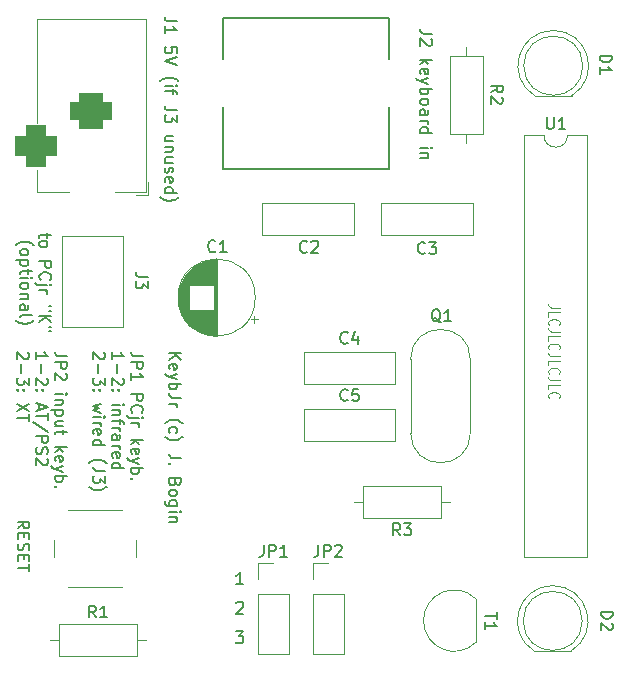
<source format=gto>
G04 #@! TF.GenerationSoftware,KiCad,Pcbnew,7.0.6*
G04 #@! TF.CreationDate,2024-10-13T07:30:47+02:00*
G04 #@! TF.ProjectId,KeybJr,4b657962-4a72-42e6-9b69-6361645f7063,rev?*
G04 #@! TF.SameCoordinates,Original*
G04 #@! TF.FileFunction,Legend,Top*
G04 #@! TF.FilePolarity,Positive*
%FSLAX46Y46*%
G04 Gerber Fmt 4.6, Leading zero omitted, Abs format (unit mm)*
G04 Created by KiCad (PCBNEW 7.0.6) date 2024-10-13 07:30:47*
%MOMM*%
%LPD*%
G01*
G04 APERTURE LIST*
G04 Aperture macros list*
%AMRoundRect*
0 Rectangle with rounded corners*
0 $1 Rounding radius*
0 $2 $3 $4 $5 $6 $7 $8 $9 X,Y pos of 4 corners*
0 Add a 4 corners polygon primitive as box body*
4,1,4,$2,$3,$4,$5,$6,$7,$8,$9,$2,$3,0*
0 Add four circle primitives for the rounded corners*
1,1,$1+$1,$2,$3*
1,1,$1+$1,$4,$5*
1,1,$1+$1,$6,$7*
1,1,$1+$1,$8,$9*
0 Add four rect primitives between the rounded corners*
20,1,$1+$1,$2,$3,$4,$5,0*
20,1,$1+$1,$4,$5,$6,$7,0*
20,1,$1+$1,$6,$7,$8,$9,0*
20,1,$1+$1,$8,$9,$2,$3,0*%
%AMFreePoly0*
4,1,17,0.330510,0.747121,0.747121,0.330510,0.762000,0.294589,0.762000,-0.294589,0.747121,-0.330510,0.330510,-0.747121,0.294589,-0.762000,-0.294589,-0.762000,-0.330510,-0.747121,-0.747121,-0.330510,-0.762000,-0.294589,-0.762000,0.294589,-0.747121,0.330510,-0.330510,0.747121,-0.294589,0.762000,0.294589,0.762000,0.330510,0.747121,0.330510,0.747121,$1*%
G04 Aperture macros list end*
%ADD10C,0.125000*%
%ADD11C,0.150000*%
%ADD12C,0.120000*%
%ADD13C,0.127000*%
%ADD14R,1.600000X1.600000*%
%ADD15O,1.600000X1.600000*%
%ADD16C,1.500000*%
%ADD17R,1.700000X1.700000*%
%ADD18O,1.700000X1.700000*%
%ADD19C,1.600000*%
%ADD20R,3.500000X3.500000*%
%ADD21RoundRect,0.750000X-1.000000X0.750000X-1.000000X-0.750000X1.000000X-0.750000X1.000000X0.750000X0*%
%ADD22RoundRect,0.875000X-0.875000X0.875000X-0.875000X-0.875000X0.875000X-0.875000X0.875000X0.875000X0*%
%ADD23C,2.000000*%
%ADD24R,1.500000X1.050000*%
%ADD25O,1.500000X1.050000*%
%ADD26R,1.800000X1.800000*%
%ADD27C,1.800000*%
%ADD28FreePoly0,0.000000*%
%ADD29C,3.601600*%
G04 APERTURE END LIST*
D10*
X147573880Y-68544761D02*
X146859595Y-68544761D01*
X146859595Y-68544761D02*
X146716738Y-68506666D01*
X146716738Y-68506666D02*
X146621500Y-68430475D01*
X146621500Y-68430475D02*
X146573880Y-68316190D01*
X146573880Y-68316190D02*
X146573880Y-68239999D01*
X146573880Y-69306666D02*
X146573880Y-68925714D01*
X146573880Y-68925714D02*
X147573880Y-68925714D01*
X146669119Y-70030476D02*
X146621500Y-69992380D01*
X146621500Y-69992380D02*
X146573880Y-69878095D01*
X146573880Y-69878095D02*
X146573880Y-69801904D01*
X146573880Y-69801904D02*
X146621500Y-69687618D01*
X146621500Y-69687618D02*
X146716738Y-69611428D01*
X146716738Y-69611428D02*
X146811976Y-69573333D01*
X146811976Y-69573333D02*
X147002452Y-69535237D01*
X147002452Y-69535237D02*
X147145309Y-69535237D01*
X147145309Y-69535237D02*
X147335785Y-69573333D01*
X147335785Y-69573333D02*
X147431023Y-69611428D01*
X147431023Y-69611428D02*
X147526261Y-69687618D01*
X147526261Y-69687618D02*
X147573880Y-69801904D01*
X147573880Y-69801904D02*
X147573880Y-69878095D01*
X147573880Y-69878095D02*
X147526261Y-69992380D01*
X147526261Y-69992380D02*
X147478642Y-70030476D01*
X147573880Y-70601904D02*
X146859595Y-70601904D01*
X146859595Y-70601904D02*
X146716738Y-70563809D01*
X146716738Y-70563809D02*
X146621500Y-70487618D01*
X146621500Y-70487618D02*
X146573880Y-70373333D01*
X146573880Y-70373333D02*
X146573880Y-70297142D01*
X146573880Y-71363809D02*
X146573880Y-70982857D01*
X146573880Y-70982857D02*
X147573880Y-70982857D01*
X146669119Y-72087619D02*
X146621500Y-72049523D01*
X146621500Y-72049523D02*
X146573880Y-71935238D01*
X146573880Y-71935238D02*
X146573880Y-71859047D01*
X146573880Y-71859047D02*
X146621500Y-71744761D01*
X146621500Y-71744761D02*
X146716738Y-71668571D01*
X146716738Y-71668571D02*
X146811976Y-71630476D01*
X146811976Y-71630476D02*
X147002452Y-71592380D01*
X147002452Y-71592380D02*
X147145309Y-71592380D01*
X147145309Y-71592380D02*
X147335785Y-71630476D01*
X147335785Y-71630476D02*
X147431023Y-71668571D01*
X147431023Y-71668571D02*
X147526261Y-71744761D01*
X147526261Y-71744761D02*
X147573880Y-71859047D01*
X147573880Y-71859047D02*
X147573880Y-71935238D01*
X147573880Y-71935238D02*
X147526261Y-72049523D01*
X147526261Y-72049523D02*
X147478642Y-72087619D01*
X147573880Y-72659047D02*
X146859595Y-72659047D01*
X146859595Y-72659047D02*
X146716738Y-72620952D01*
X146716738Y-72620952D02*
X146621500Y-72544761D01*
X146621500Y-72544761D02*
X146573880Y-72430476D01*
X146573880Y-72430476D02*
X146573880Y-72354285D01*
X146573880Y-73420952D02*
X146573880Y-73040000D01*
X146573880Y-73040000D02*
X147573880Y-73040000D01*
X146669119Y-74144762D02*
X146621500Y-74106666D01*
X146621500Y-74106666D02*
X146573880Y-73992381D01*
X146573880Y-73992381D02*
X146573880Y-73916190D01*
X146573880Y-73916190D02*
X146621500Y-73801904D01*
X146621500Y-73801904D02*
X146716738Y-73725714D01*
X146716738Y-73725714D02*
X146811976Y-73687619D01*
X146811976Y-73687619D02*
X147002452Y-73649523D01*
X147002452Y-73649523D02*
X147145309Y-73649523D01*
X147145309Y-73649523D02*
X147335785Y-73687619D01*
X147335785Y-73687619D02*
X147431023Y-73725714D01*
X147431023Y-73725714D02*
X147526261Y-73801904D01*
X147526261Y-73801904D02*
X147573880Y-73916190D01*
X147573880Y-73916190D02*
X147573880Y-73992381D01*
X147573880Y-73992381D02*
X147526261Y-74106666D01*
X147526261Y-74106666D02*
X147478642Y-74144762D01*
X147573880Y-74716190D02*
X146859595Y-74716190D01*
X146859595Y-74716190D02*
X146716738Y-74678095D01*
X146716738Y-74678095D02*
X146621500Y-74601904D01*
X146621500Y-74601904D02*
X146573880Y-74487619D01*
X146573880Y-74487619D02*
X146573880Y-74411428D01*
X146573880Y-75478095D02*
X146573880Y-75097143D01*
X146573880Y-75097143D02*
X147573880Y-75097143D01*
X146669119Y-76201905D02*
X146621500Y-76163809D01*
X146621500Y-76163809D02*
X146573880Y-76049524D01*
X146573880Y-76049524D02*
X146573880Y-75973333D01*
X146573880Y-75973333D02*
X146621500Y-75859047D01*
X146621500Y-75859047D02*
X146716738Y-75782857D01*
X146716738Y-75782857D02*
X146811976Y-75744762D01*
X146811976Y-75744762D02*
X147002452Y-75706666D01*
X147002452Y-75706666D02*
X147145309Y-75706666D01*
X147145309Y-75706666D02*
X147335785Y-75744762D01*
X147335785Y-75744762D02*
X147431023Y-75782857D01*
X147431023Y-75782857D02*
X147526261Y-75859047D01*
X147526261Y-75859047D02*
X147573880Y-75973333D01*
X147573880Y-75973333D02*
X147573880Y-76049524D01*
X147573880Y-76049524D02*
X147526261Y-76163809D01*
X147526261Y-76163809D02*
X147478642Y-76201905D01*
D11*
X101645180Y-87247618D02*
X102121371Y-86914285D01*
X101645180Y-86676190D02*
X102645180Y-86676190D01*
X102645180Y-86676190D02*
X102645180Y-87057142D01*
X102645180Y-87057142D02*
X102597561Y-87152380D01*
X102597561Y-87152380D02*
X102549942Y-87199999D01*
X102549942Y-87199999D02*
X102454704Y-87247618D01*
X102454704Y-87247618D02*
X102311847Y-87247618D01*
X102311847Y-87247618D02*
X102216609Y-87199999D01*
X102216609Y-87199999D02*
X102168990Y-87152380D01*
X102168990Y-87152380D02*
X102121371Y-87057142D01*
X102121371Y-87057142D02*
X102121371Y-86676190D01*
X102168990Y-87676190D02*
X102168990Y-88009523D01*
X101645180Y-88152380D02*
X101645180Y-87676190D01*
X101645180Y-87676190D02*
X102645180Y-87676190D01*
X102645180Y-87676190D02*
X102645180Y-88152380D01*
X101692800Y-88533333D02*
X101645180Y-88676190D01*
X101645180Y-88676190D02*
X101645180Y-88914285D01*
X101645180Y-88914285D02*
X101692800Y-89009523D01*
X101692800Y-89009523D02*
X101740419Y-89057142D01*
X101740419Y-89057142D02*
X101835657Y-89104761D01*
X101835657Y-89104761D02*
X101930895Y-89104761D01*
X101930895Y-89104761D02*
X102026133Y-89057142D01*
X102026133Y-89057142D02*
X102073752Y-89009523D01*
X102073752Y-89009523D02*
X102121371Y-88914285D01*
X102121371Y-88914285D02*
X102168990Y-88723809D01*
X102168990Y-88723809D02*
X102216609Y-88628571D01*
X102216609Y-88628571D02*
X102264228Y-88580952D01*
X102264228Y-88580952D02*
X102359466Y-88533333D01*
X102359466Y-88533333D02*
X102454704Y-88533333D01*
X102454704Y-88533333D02*
X102549942Y-88580952D01*
X102549942Y-88580952D02*
X102597561Y-88628571D01*
X102597561Y-88628571D02*
X102645180Y-88723809D01*
X102645180Y-88723809D02*
X102645180Y-88961904D01*
X102645180Y-88961904D02*
X102597561Y-89104761D01*
X102168990Y-89533333D02*
X102168990Y-89866666D01*
X101645180Y-90009523D02*
X101645180Y-89533333D01*
X101645180Y-89533333D02*
X102645180Y-89533333D01*
X102645180Y-89533333D02*
X102645180Y-90009523D01*
X102645180Y-90295238D02*
X102645180Y-90866666D01*
X101645180Y-90580952D02*
X102645180Y-90580952D01*
X114475180Y-72386779D02*
X115475180Y-72386779D01*
X114475180Y-72958207D02*
X115046609Y-72529636D01*
X115475180Y-72958207D02*
X114903752Y-72386779D01*
X114522800Y-73767731D02*
X114475180Y-73672493D01*
X114475180Y-73672493D02*
X114475180Y-73482017D01*
X114475180Y-73482017D02*
X114522800Y-73386779D01*
X114522800Y-73386779D02*
X114618038Y-73339160D01*
X114618038Y-73339160D02*
X114998990Y-73339160D01*
X114998990Y-73339160D02*
X115094228Y-73386779D01*
X115094228Y-73386779D02*
X115141847Y-73482017D01*
X115141847Y-73482017D02*
X115141847Y-73672493D01*
X115141847Y-73672493D02*
X115094228Y-73767731D01*
X115094228Y-73767731D02*
X114998990Y-73815350D01*
X114998990Y-73815350D02*
X114903752Y-73815350D01*
X114903752Y-73815350D02*
X114808514Y-73339160D01*
X115141847Y-74148684D02*
X114475180Y-74386779D01*
X115141847Y-74624874D02*
X114475180Y-74386779D01*
X114475180Y-74386779D02*
X114237085Y-74291541D01*
X114237085Y-74291541D02*
X114189466Y-74243922D01*
X114189466Y-74243922D02*
X114141847Y-74148684D01*
X114475180Y-75005827D02*
X115475180Y-75005827D01*
X115094228Y-75005827D02*
X115141847Y-75101065D01*
X115141847Y-75101065D02*
X115141847Y-75291541D01*
X115141847Y-75291541D02*
X115094228Y-75386779D01*
X115094228Y-75386779D02*
X115046609Y-75434398D01*
X115046609Y-75434398D02*
X114951371Y-75482017D01*
X114951371Y-75482017D02*
X114665657Y-75482017D01*
X114665657Y-75482017D02*
X114570419Y-75434398D01*
X114570419Y-75434398D02*
X114522800Y-75386779D01*
X114522800Y-75386779D02*
X114475180Y-75291541D01*
X114475180Y-75291541D02*
X114475180Y-75101065D01*
X114475180Y-75101065D02*
X114522800Y-75005827D01*
X115475180Y-76196303D02*
X114760895Y-76196303D01*
X114760895Y-76196303D02*
X114618038Y-76148684D01*
X114618038Y-76148684D02*
X114522800Y-76053446D01*
X114522800Y-76053446D02*
X114475180Y-75910589D01*
X114475180Y-75910589D02*
X114475180Y-75815351D01*
X114475180Y-76672494D02*
X115141847Y-76672494D01*
X114951371Y-76672494D02*
X115046609Y-76720113D01*
X115046609Y-76720113D02*
X115094228Y-76767732D01*
X115094228Y-76767732D02*
X115141847Y-76862970D01*
X115141847Y-76862970D02*
X115141847Y-76958208D01*
X114094228Y-78339161D02*
X114141847Y-78291542D01*
X114141847Y-78291542D02*
X114284704Y-78196304D01*
X114284704Y-78196304D02*
X114379942Y-78148685D01*
X114379942Y-78148685D02*
X114522800Y-78101066D01*
X114522800Y-78101066D02*
X114760895Y-78053447D01*
X114760895Y-78053447D02*
X114951371Y-78053447D01*
X114951371Y-78053447D02*
X115189466Y-78101066D01*
X115189466Y-78101066D02*
X115332323Y-78148685D01*
X115332323Y-78148685D02*
X115427561Y-78196304D01*
X115427561Y-78196304D02*
X115570419Y-78291542D01*
X115570419Y-78291542D02*
X115618038Y-78339161D01*
X114522800Y-79148685D02*
X114475180Y-79053447D01*
X114475180Y-79053447D02*
X114475180Y-78862971D01*
X114475180Y-78862971D02*
X114522800Y-78767733D01*
X114522800Y-78767733D02*
X114570419Y-78720114D01*
X114570419Y-78720114D02*
X114665657Y-78672495D01*
X114665657Y-78672495D02*
X114951371Y-78672495D01*
X114951371Y-78672495D02*
X115046609Y-78720114D01*
X115046609Y-78720114D02*
X115094228Y-78767733D01*
X115094228Y-78767733D02*
X115141847Y-78862971D01*
X115141847Y-78862971D02*
X115141847Y-79053447D01*
X115141847Y-79053447D02*
X115094228Y-79148685D01*
X114094228Y-79482019D02*
X114141847Y-79529638D01*
X114141847Y-79529638D02*
X114284704Y-79624876D01*
X114284704Y-79624876D02*
X114379942Y-79672495D01*
X114379942Y-79672495D02*
X114522800Y-79720114D01*
X114522800Y-79720114D02*
X114760895Y-79767733D01*
X114760895Y-79767733D02*
X114951371Y-79767733D01*
X114951371Y-79767733D02*
X115189466Y-79720114D01*
X115189466Y-79720114D02*
X115332323Y-79672495D01*
X115332323Y-79672495D02*
X115427561Y-79624876D01*
X115427561Y-79624876D02*
X115570419Y-79529638D01*
X115570419Y-79529638D02*
X115618038Y-79482019D01*
X115475180Y-81291543D02*
X114760895Y-81291543D01*
X114760895Y-81291543D02*
X114618038Y-81243924D01*
X114618038Y-81243924D02*
X114522800Y-81148686D01*
X114522800Y-81148686D02*
X114475180Y-81005829D01*
X114475180Y-81005829D02*
X114475180Y-80910591D01*
X114570419Y-81767734D02*
X114522800Y-81815353D01*
X114522800Y-81815353D02*
X114475180Y-81767734D01*
X114475180Y-81767734D02*
X114522800Y-81720115D01*
X114522800Y-81720115D02*
X114570419Y-81767734D01*
X114570419Y-81767734D02*
X114475180Y-81767734D01*
X114998990Y-83339162D02*
X114951371Y-83482019D01*
X114951371Y-83482019D02*
X114903752Y-83529638D01*
X114903752Y-83529638D02*
X114808514Y-83577257D01*
X114808514Y-83577257D02*
X114665657Y-83577257D01*
X114665657Y-83577257D02*
X114570419Y-83529638D01*
X114570419Y-83529638D02*
X114522800Y-83482019D01*
X114522800Y-83482019D02*
X114475180Y-83386781D01*
X114475180Y-83386781D02*
X114475180Y-83005829D01*
X114475180Y-83005829D02*
X115475180Y-83005829D01*
X115475180Y-83005829D02*
X115475180Y-83339162D01*
X115475180Y-83339162D02*
X115427561Y-83434400D01*
X115427561Y-83434400D02*
X115379942Y-83482019D01*
X115379942Y-83482019D02*
X115284704Y-83529638D01*
X115284704Y-83529638D02*
X115189466Y-83529638D01*
X115189466Y-83529638D02*
X115094228Y-83482019D01*
X115094228Y-83482019D02*
X115046609Y-83434400D01*
X115046609Y-83434400D02*
X114998990Y-83339162D01*
X114998990Y-83339162D02*
X114998990Y-83005829D01*
X114475180Y-84148686D02*
X114522800Y-84053448D01*
X114522800Y-84053448D02*
X114570419Y-84005829D01*
X114570419Y-84005829D02*
X114665657Y-83958210D01*
X114665657Y-83958210D02*
X114951371Y-83958210D01*
X114951371Y-83958210D02*
X115046609Y-84005829D01*
X115046609Y-84005829D02*
X115094228Y-84053448D01*
X115094228Y-84053448D02*
X115141847Y-84148686D01*
X115141847Y-84148686D02*
X115141847Y-84291543D01*
X115141847Y-84291543D02*
X115094228Y-84386781D01*
X115094228Y-84386781D02*
X115046609Y-84434400D01*
X115046609Y-84434400D02*
X114951371Y-84482019D01*
X114951371Y-84482019D02*
X114665657Y-84482019D01*
X114665657Y-84482019D02*
X114570419Y-84434400D01*
X114570419Y-84434400D02*
X114522800Y-84386781D01*
X114522800Y-84386781D02*
X114475180Y-84291543D01*
X114475180Y-84291543D02*
X114475180Y-84148686D01*
X115141847Y-85339162D02*
X114332323Y-85339162D01*
X114332323Y-85339162D02*
X114237085Y-85291543D01*
X114237085Y-85291543D02*
X114189466Y-85243924D01*
X114189466Y-85243924D02*
X114141847Y-85148686D01*
X114141847Y-85148686D02*
X114141847Y-85005829D01*
X114141847Y-85005829D02*
X114189466Y-84910591D01*
X114522800Y-85339162D02*
X114475180Y-85243924D01*
X114475180Y-85243924D02*
X114475180Y-85053448D01*
X114475180Y-85053448D02*
X114522800Y-84958210D01*
X114522800Y-84958210D02*
X114570419Y-84910591D01*
X114570419Y-84910591D02*
X114665657Y-84862972D01*
X114665657Y-84862972D02*
X114951371Y-84862972D01*
X114951371Y-84862972D02*
X115046609Y-84910591D01*
X115046609Y-84910591D02*
X115094228Y-84958210D01*
X115094228Y-84958210D02*
X115141847Y-85053448D01*
X115141847Y-85053448D02*
X115141847Y-85243924D01*
X115141847Y-85243924D02*
X115094228Y-85339162D01*
X114475180Y-85815353D02*
X115141847Y-85815353D01*
X115475180Y-85815353D02*
X115427561Y-85767734D01*
X115427561Y-85767734D02*
X115379942Y-85815353D01*
X115379942Y-85815353D02*
X115427561Y-85862972D01*
X115427561Y-85862972D02*
X115475180Y-85815353D01*
X115475180Y-85815353D02*
X115379942Y-85815353D01*
X115141847Y-86291543D02*
X114475180Y-86291543D01*
X115046609Y-86291543D02*
X115094228Y-86339162D01*
X115094228Y-86339162D02*
X115141847Y-86434400D01*
X115141847Y-86434400D02*
X115141847Y-86577257D01*
X115141847Y-86577257D02*
X115094228Y-86672495D01*
X115094228Y-86672495D02*
X114998990Y-86720114D01*
X114998990Y-86720114D02*
X114475180Y-86720114D01*
X112255180Y-72672493D02*
X111540895Y-72672493D01*
X111540895Y-72672493D02*
X111398038Y-72624874D01*
X111398038Y-72624874D02*
X111302800Y-72529636D01*
X111302800Y-72529636D02*
X111255180Y-72386779D01*
X111255180Y-72386779D02*
X111255180Y-72291541D01*
X111255180Y-73148684D02*
X112255180Y-73148684D01*
X112255180Y-73148684D02*
X112255180Y-73529636D01*
X112255180Y-73529636D02*
X112207561Y-73624874D01*
X112207561Y-73624874D02*
X112159942Y-73672493D01*
X112159942Y-73672493D02*
X112064704Y-73720112D01*
X112064704Y-73720112D02*
X111921847Y-73720112D01*
X111921847Y-73720112D02*
X111826609Y-73672493D01*
X111826609Y-73672493D02*
X111778990Y-73624874D01*
X111778990Y-73624874D02*
X111731371Y-73529636D01*
X111731371Y-73529636D02*
X111731371Y-73148684D01*
X111255180Y-74672493D02*
X111255180Y-74101065D01*
X111255180Y-74386779D02*
X112255180Y-74386779D01*
X112255180Y-74386779D02*
X112112323Y-74291541D01*
X112112323Y-74291541D02*
X112017085Y-74196303D01*
X112017085Y-74196303D02*
X111969466Y-74101065D01*
X111255180Y-75862970D02*
X112255180Y-75862970D01*
X112255180Y-75862970D02*
X112255180Y-76243922D01*
X112255180Y-76243922D02*
X112207561Y-76339160D01*
X112207561Y-76339160D02*
X112159942Y-76386779D01*
X112159942Y-76386779D02*
X112064704Y-76434398D01*
X112064704Y-76434398D02*
X111921847Y-76434398D01*
X111921847Y-76434398D02*
X111826609Y-76386779D01*
X111826609Y-76386779D02*
X111778990Y-76339160D01*
X111778990Y-76339160D02*
X111731371Y-76243922D01*
X111731371Y-76243922D02*
X111731371Y-75862970D01*
X111350419Y-77434398D02*
X111302800Y-77386779D01*
X111302800Y-77386779D02*
X111255180Y-77243922D01*
X111255180Y-77243922D02*
X111255180Y-77148684D01*
X111255180Y-77148684D02*
X111302800Y-77005827D01*
X111302800Y-77005827D02*
X111398038Y-76910589D01*
X111398038Y-76910589D02*
X111493276Y-76862970D01*
X111493276Y-76862970D02*
X111683752Y-76815351D01*
X111683752Y-76815351D02*
X111826609Y-76815351D01*
X111826609Y-76815351D02*
X112017085Y-76862970D01*
X112017085Y-76862970D02*
X112112323Y-76910589D01*
X112112323Y-76910589D02*
X112207561Y-77005827D01*
X112207561Y-77005827D02*
X112255180Y-77148684D01*
X112255180Y-77148684D02*
X112255180Y-77243922D01*
X112255180Y-77243922D02*
X112207561Y-77386779D01*
X112207561Y-77386779D02*
X112159942Y-77434398D01*
X111921847Y-77862970D02*
X111064704Y-77862970D01*
X111064704Y-77862970D02*
X110969466Y-77815351D01*
X110969466Y-77815351D02*
X110921847Y-77720113D01*
X110921847Y-77720113D02*
X110921847Y-77672494D01*
X112255180Y-77862970D02*
X112207561Y-77815351D01*
X112207561Y-77815351D02*
X112159942Y-77862970D01*
X112159942Y-77862970D02*
X112207561Y-77910589D01*
X112207561Y-77910589D02*
X112255180Y-77862970D01*
X112255180Y-77862970D02*
X112159942Y-77862970D01*
X111255180Y-78339160D02*
X111921847Y-78339160D01*
X111731371Y-78339160D02*
X111826609Y-78386779D01*
X111826609Y-78386779D02*
X111874228Y-78434398D01*
X111874228Y-78434398D02*
X111921847Y-78529636D01*
X111921847Y-78529636D02*
X111921847Y-78624874D01*
X111255180Y-79720113D02*
X112255180Y-79720113D01*
X111636133Y-79815351D02*
X111255180Y-80101065D01*
X111921847Y-80101065D02*
X111540895Y-79720113D01*
X111302800Y-80910589D02*
X111255180Y-80815351D01*
X111255180Y-80815351D02*
X111255180Y-80624875D01*
X111255180Y-80624875D02*
X111302800Y-80529637D01*
X111302800Y-80529637D02*
X111398038Y-80482018D01*
X111398038Y-80482018D02*
X111778990Y-80482018D01*
X111778990Y-80482018D02*
X111874228Y-80529637D01*
X111874228Y-80529637D02*
X111921847Y-80624875D01*
X111921847Y-80624875D02*
X111921847Y-80815351D01*
X111921847Y-80815351D02*
X111874228Y-80910589D01*
X111874228Y-80910589D02*
X111778990Y-80958208D01*
X111778990Y-80958208D02*
X111683752Y-80958208D01*
X111683752Y-80958208D02*
X111588514Y-80482018D01*
X111921847Y-81291542D02*
X111255180Y-81529637D01*
X111921847Y-81767732D02*
X111255180Y-81529637D01*
X111255180Y-81529637D02*
X111017085Y-81434399D01*
X111017085Y-81434399D02*
X110969466Y-81386780D01*
X110969466Y-81386780D02*
X110921847Y-81291542D01*
X111255180Y-82148685D02*
X112255180Y-82148685D01*
X111874228Y-82148685D02*
X111921847Y-82243923D01*
X111921847Y-82243923D02*
X111921847Y-82434399D01*
X111921847Y-82434399D02*
X111874228Y-82529637D01*
X111874228Y-82529637D02*
X111826609Y-82577256D01*
X111826609Y-82577256D02*
X111731371Y-82624875D01*
X111731371Y-82624875D02*
X111445657Y-82624875D01*
X111445657Y-82624875D02*
X111350419Y-82577256D01*
X111350419Y-82577256D02*
X111302800Y-82529637D01*
X111302800Y-82529637D02*
X111255180Y-82434399D01*
X111255180Y-82434399D02*
X111255180Y-82243923D01*
X111255180Y-82243923D02*
X111302800Y-82148685D01*
X111350419Y-83053447D02*
X111302800Y-83101066D01*
X111302800Y-83101066D02*
X111255180Y-83053447D01*
X111255180Y-83053447D02*
X111302800Y-83005828D01*
X111302800Y-83005828D02*
X111350419Y-83053447D01*
X111350419Y-83053447D02*
X111255180Y-83053447D01*
X109645180Y-72910588D02*
X109645180Y-72339160D01*
X109645180Y-72624874D02*
X110645180Y-72624874D01*
X110645180Y-72624874D02*
X110502323Y-72529636D01*
X110502323Y-72529636D02*
X110407085Y-72434398D01*
X110407085Y-72434398D02*
X110359466Y-72339160D01*
X110026133Y-73339160D02*
X110026133Y-74101065D01*
X110549942Y-74529636D02*
X110597561Y-74577255D01*
X110597561Y-74577255D02*
X110645180Y-74672493D01*
X110645180Y-74672493D02*
X110645180Y-74910588D01*
X110645180Y-74910588D02*
X110597561Y-75005826D01*
X110597561Y-75005826D02*
X110549942Y-75053445D01*
X110549942Y-75053445D02*
X110454704Y-75101064D01*
X110454704Y-75101064D02*
X110359466Y-75101064D01*
X110359466Y-75101064D02*
X110216609Y-75053445D01*
X110216609Y-75053445D02*
X109645180Y-74482017D01*
X109645180Y-74482017D02*
X109645180Y-75101064D01*
X109740419Y-75529636D02*
X109692800Y-75577255D01*
X109692800Y-75577255D02*
X109645180Y-75529636D01*
X109645180Y-75529636D02*
X109692800Y-75482017D01*
X109692800Y-75482017D02*
X109740419Y-75529636D01*
X109740419Y-75529636D02*
X109645180Y-75529636D01*
X110264228Y-75529636D02*
X110216609Y-75577255D01*
X110216609Y-75577255D02*
X110168990Y-75529636D01*
X110168990Y-75529636D02*
X110216609Y-75482017D01*
X110216609Y-75482017D02*
X110264228Y-75529636D01*
X110264228Y-75529636D02*
X110168990Y-75529636D01*
X109645180Y-76767731D02*
X110311847Y-76767731D01*
X110645180Y-76767731D02*
X110597561Y-76720112D01*
X110597561Y-76720112D02*
X110549942Y-76767731D01*
X110549942Y-76767731D02*
X110597561Y-76815350D01*
X110597561Y-76815350D02*
X110645180Y-76767731D01*
X110645180Y-76767731D02*
X110549942Y-76767731D01*
X110311847Y-77243921D02*
X109645180Y-77243921D01*
X110216609Y-77243921D02*
X110264228Y-77291540D01*
X110264228Y-77291540D02*
X110311847Y-77386778D01*
X110311847Y-77386778D02*
X110311847Y-77529635D01*
X110311847Y-77529635D02*
X110264228Y-77624873D01*
X110264228Y-77624873D02*
X110168990Y-77672492D01*
X110168990Y-77672492D02*
X109645180Y-77672492D01*
X110311847Y-78005826D02*
X110311847Y-78386778D01*
X109645180Y-78148683D02*
X110502323Y-78148683D01*
X110502323Y-78148683D02*
X110597561Y-78196302D01*
X110597561Y-78196302D02*
X110645180Y-78291540D01*
X110645180Y-78291540D02*
X110645180Y-78386778D01*
X109645180Y-78720112D02*
X110311847Y-78720112D01*
X110121371Y-78720112D02*
X110216609Y-78767731D01*
X110216609Y-78767731D02*
X110264228Y-78815350D01*
X110264228Y-78815350D02*
X110311847Y-78910588D01*
X110311847Y-78910588D02*
X110311847Y-79005826D01*
X109645180Y-79767731D02*
X110168990Y-79767731D01*
X110168990Y-79767731D02*
X110264228Y-79720112D01*
X110264228Y-79720112D02*
X110311847Y-79624874D01*
X110311847Y-79624874D02*
X110311847Y-79434398D01*
X110311847Y-79434398D02*
X110264228Y-79339160D01*
X109692800Y-79767731D02*
X109645180Y-79672493D01*
X109645180Y-79672493D02*
X109645180Y-79434398D01*
X109645180Y-79434398D02*
X109692800Y-79339160D01*
X109692800Y-79339160D02*
X109788038Y-79291541D01*
X109788038Y-79291541D02*
X109883276Y-79291541D01*
X109883276Y-79291541D02*
X109978514Y-79339160D01*
X109978514Y-79339160D02*
X110026133Y-79434398D01*
X110026133Y-79434398D02*
X110026133Y-79672493D01*
X110026133Y-79672493D02*
X110073752Y-79767731D01*
X109645180Y-80243922D02*
X110311847Y-80243922D01*
X110121371Y-80243922D02*
X110216609Y-80291541D01*
X110216609Y-80291541D02*
X110264228Y-80339160D01*
X110264228Y-80339160D02*
X110311847Y-80434398D01*
X110311847Y-80434398D02*
X110311847Y-80529636D01*
X109692800Y-81243922D02*
X109645180Y-81148684D01*
X109645180Y-81148684D02*
X109645180Y-80958208D01*
X109645180Y-80958208D02*
X109692800Y-80862970D01*
X109692800Y-80862970D02*
X109788038Y-80815351D01*
X109788038Y-80815351D02*
X110168990Y-80815351D01*
X110168990Y-80815351D02*
X110264228Y-80862970D01*
X110264228Y-80862970D02*
X110311847Y-80958208D01*
X110311847Y-80958208D02*
X110311847Y-81148684D01*
X110311847Y-81148684D02*
X110264228Y-81243922D01*
X110264228Y-81243922D02*
X110168990Y-81291541D01*
X110168990Y-81291541D02*
X110073752Y-81291541D01*
X110073752Y-81291541D02*
X109978514Y-80815351D01*
X109645180Y-82148684D02*
X110645180Y-82148684D01*
X109692800Y-82148684D02*
X109645180Y-82053446D01*
X109645180Y-82053446D02*
X109645180Y-81862970D01*
X109645180Y-81862970D02*
X109692800Y-81767732D01*
X109692800Y-81767732D02*
X109740419Y-81720113D01*
X109740419Y-81720113D02*
X109835657Y-81672494D01*
X109835657Y-81672494D02*
X110121371Y-81672494D01*
X110121371Y-81672494D02*
X110216609Y-81720113D01*
X110216609Y-81720113D02*
X110264228Y-81767732D01*
X110264228Y-81767732D02*
X110311847Y-81862970D01*
X110311847Y-81862970D02*
X110311847Y-82053446D01*
X110311847Y-82053446D02*
X110264228Y-82148684D01*
X108939942Y-72339160D02*
X108987561Y-72386779D01*
X108987561Y-72386779D02*
X109035180Y-72482017D01*
X109035180Y-72482017D02*
X109035180Y-72720112D01*
X109035180Y-72720112D02*
X108987561Y-72815350D01*
X108987561Y-72815350D02*
X108939942Y-72862969D01*
X108939942Y-72862969D02*
X108844704Y-72910588D01*
X108844704Y-72910588D02*
X108749466Y-72910588D01*
X108749466Y-72910588D02*
X108606609Y-72862969D01*
X108606609Y-72862969D02*
X108035180Y-72291541D01*
X108035180Y-72291541D02*
X108035180Y-72910588D01*
X108416133Y-73339160D02*
X108416133Y-74101065D01*
X109035180Y-74482017D02*
X109035180Y-75101064D01*
X109035180Y-75101064D02*
X108654228Y-74767731D01*
X108654228Y-74767731D02*
X108654228Y-74910588D01*
X108654228Y-74910588D02*
X108606609Y-75005826D01*
X108606609Y-75005826D02*
X108558990Y-75053445D01*
X108558990Y-75053445D02*
X108463752Y-75101064D01*
X108463752Y-75101064D02*
X108225657Y-75101064D01*
X108225657Y-75101064D02*
X108130419Y-75053445D01*
X108130419Y-75053445D02*
X108082800Y-75005826D01*
X108082800Y-75005826D02*
X108035180Y-74910588D01*
X108035180Y-74910588D02*
X108035180Y-74624874D01*
X108035180Y-74624874D02*
X108082800Y-74529636D01*
X108082800Y-74529636D02*
X108130419Y-74482017D01*
X108130419Y-75529636D02*
X108082800Y-75577255D01*
X108082800Y-75577255D02*
X108035180Y-75529636D01*
X108035180Y-75529636D02*
X108082800Y-75482017D01*
X108082800Y-75482017D02*
X108130419Y-75529636D01*
X108130419Y-75529636D02*
X108035180Y-75529636D01*
X108654228Y-75529636D02*
X108606609Y-75577255D01*
X108606609Y-75577255D02*
X108558990Y-75529636D01*
X108558990Y-75529636D02*
X108606609Y-75482017D01*
X108606609Y-75482017D02*
X108654228Y-75529636D01*
X108654228Y-75529636D02*
X108558990Y-75529636D01*
X108701847Y-76672493D02*
X108035180Y-76862969D01*
X108035180Y-76862969D02*
X108511371Y-77053445D01*
X108511371Y-77053445D02*
X108035180Y-77243921D01*
X108035180Y-77243921D02*
X108701847Y-77434397D01*
X108035180Y-77815350D02*
X108701847Y-77815350D01*
X109035180Y-77815350D02*
X108987561Y-77767731D01*
X108987561Y-77767731D02*
X108939942Y-77815350D01*
X108939942Y-77815350D02*
X108987561Y-77862969D01*
X108987561Y-77862969D02*
X109035180Y-77815350D01*
X109035180Y-77815350D02*
X108939942Y-77815350D01*
X108035180Y-78291540D02*
X108701847Y-78291540D01*
X108511371Y-78291540D02*
X108606609Y-78339159D01*
X108606609Y-78339159D02*
X108654228Y-78386778D01*
X108654228Y-78386778D02*
X108701847Y-78482016D01*
X108701847Y-78482016D02*
X108701847Y-78577254D01*
X108082800Y-79291540D02*
X108035180Y-79196302D01*
X108035180Y-79196302D02*
X108035180Y-79005826D01*
X108035180Y-79005826D02*
X108082800Y-78910588D01*
X108082800Y-78910588D02*
X108178038Y-78862969D01*
X108178038Y-78862969D02*
X108558990Y-78862969D01*
X108558990Y-78862969D02*
X108654228Y-78910588D01*
X108654228Y-78910588D02*
X108701847Y-79005826D01*
X108701847Y-79005826D02*
X108701847Y-79196302D01*
X108701847Y-79196302D02*
X108654228Y-79291540D01*
X108654228Y-79291540D02*
X108558990Y-79339159D01*
X108558990Y-79339159D02*
X108463752Y-79339159D01*
X108463752Y-79339159D02*
X108368514Y-78862969D01*
X108035180Y-80196302D02*
X109035180Y-80196302D01*
X108082800Y-80196302D02*
X108035180Y-80101064D01*
X108035180Y-80101064D02*
X108035180Y-79910588D01*
X108035180Y-79910588D02*
X108082800Y-79815350D01*
X108082800Y-79815350D02*
X108130419Y-79767731D01*
X108130419Y-79767731D02*
X108225657Y-79720112D01*
X108225657Y-79720112D02*
X108511371Y-79720112D01*
X108511371Y-79720112D02*
X108606609Y-79767731D01*
X108606609Y-79767731D02*
X108654228Y-79815350D01*
X108654228Y-79815350D02*
X108701847Y-79910588D01*
X108701847Y-79910588D02*
X108701847Y-80101064D01*
X108701847Y-80101064D02*
X108654228Y-80196302D01*
X107654228Y-81720112D02*
X107701847Y-81672493D01*
X107701847Y-81672493D02*
X107844704Y-81577255D01*
X107844704Y-81577255D02*
X107939942Y-81529636D01*
X107939942Y-81529636D02*
X108082800Y-81482017D01*
X108082800Y-81482017D02*
X108320895Y-81434398D01*
X108320895Y-81434398D02*
X108511371Y-81434398D01*
X108511371Y-81434398D02*
X108749466Y-81482017D01*
X108749466Y-81482017D02*
X108892323Y-81529636D01*
X108892323Y-81529636D02*
X108987561Y-81577255D01*
X108987561Y-81577255D02*
X109130419Y-81672493D01*
X109130419Y-81672493D02*
X109178038Y-81720112D01*
X109035180Y-82386779D02*
X108320895Y-82386779D01*
X108320895Y-82386779D02*
X108178038Y-82339160D01*
X108178038Y-82339160D02*
X108082800Y-82243922D01*
X108082800Y-82243922D02*
X108035180Y-82101065D01*
X108035180Y-82101065D02*
X108035180Y-82005827D01*
X109035180Y-82767732D02*
X109035180Y-83386779D01*
X109035180Y-83386779D02*
X108654228Y-83053446D01*
X108654228Y-83053446D02*
X108654228Y-83196303D01*
X108654228Y-83196303D02*
X108606609Y-83291541D01*
X108606609Y-83291541D02*
X108558990Y-83339160D01*
X108558990Y-83339160D02*
X108463752Y-83386779D01*
X108463752Y-83386779D02*
X108225657Y-83386779D01*
X108225657Y-83386779D02*
X108130419Y-83339160D01*
X108130419Y-83339160D02*
X108082800Y-83291541D01*
X108082800Y-83291541D02*
X108035180Y-83196303D01*
X108035180Y-83196303D02*
X108035180Y-82910589D01*
X108035180Y-82910589D02*
X108082800Y-82815351D01*
X108082800Y-82815351D02*
X108130419Y-82767732D01*
X107654228Y-83720113D02*
X107701847Y-83767732D01*
X107701847Y-83767732D02*
X107844704Y-83862970D01*
X107844704Y-83862970D02*
X107939942Y-83910589D01*
X107939942Y-83910589D02*
X108082800Y-83958208D01*
X108082800Y-83958208D02*
X108320895Y-84005827D01*
X108320895Y-84005827D02*
X108511371Y-84005827D01*
X108511371Y-84005827D02*
X108749466Y-83958208D01*
X108749466Y-83958208D02*
X108892323Y-83910589D01*
X108892323Y-83910589D02*
X108987561Y-83862970D01*
X108987561Y-83862970D02*
X109130419Y-83767732D01*
X109130419Y-83767732D02*
X109178038Y-83720113D01*
X105815180Y-72672493D02*
X105100895Y-72672493D01*
X105100895Y-72672493D02*
X104958038Y-72624874D01*
X104958038Y-72624874D02*
X104862800Y-72529636D01*
X104862800Y-72529636D02*
X104815180Y-72386779D01*
X104815180Y-72386779D02*
X104815180Y-72291541D01*
X104815180Y-73148684D02*
X105815180Y-73148684D01*
X105815180Y-73148684D02*
X105815180Y-73529636D01*
X105815180Y-73529636D02*
X105767561Y-73624874D01*
X105767561Y-73624874D02*
X105719942Y-73672493D01*
X105719942Y-73672493D02*
X105624704Y-73720112D01*
X105624704Y-73720112D02*
X105481847Y-73720112D01*
X105481847Y-73720112D02*
X105386609Y-73672493D01*
X105386609Y-73672493D02*
X105338990Y-73624874D01*
X105338990Y-73624874D02*
X105291371Y-73529636D01*
X105291371Y-73529636D02*
X105291371Y-73148684D01*
X105719942Y-74101065D02*
X105767561Y-74148684D01*
X105767561Y-74148684D02*
X105815180Y-74243922D01*
X105815180Y-74243922D02*
X105815180Y-74482017D01*
X105815180Y-74482017D02*
X105767561Y-74577255D01*
X105767561Y-74577255D02*
X105719942Y-74624874D01*
X105719942Y-74624874D02*
X105624704Y-74672493D01*
X105624704Y-74672493D02*
X105529466Y-74672493D01*
X105529466Y-74672493D02*
X105386609Y-74624874D01*
X105386609Y-74624874D02*
X104815180Y-74053446D01*
X104815180Y-74053446D02*
X104815180Y-74672493D01*
X104815180Y-75862970D02*
X105481847Y-75862970D01*
X105815180Y-75862970D02*
X105767561Y-75815351D01*
X105767561Y-75815351D02*
X105719942Y-75862970D01*
X105719942Y-75862970D02*
X105767561Y-75910589D01*
X105767561Y-75910589D02*
X105815180Y-75862970D01*
X105815180Y-75862970D02*
X105719942Y-75862970D01*
X105481847Y-76339160D02*
X104815180Y-76339160D01*
X105386609Y-76339160D02*
X105434228Y-76386779D01*
X105434228Y-76386779D02*
X105481847Y-76482017D01*
X105481847Y-76482017D02*
X105481847Y-76624874D01*
X105481847Y-76624874D02*
X105434228Y-76720112D01*
X105434228Y-76720112D02*
X105338990Y-76767731D01*
X105338990Y-76767731D02*
X104815180Y-76767731D01*
X105481847Y-77243922D02*
X104481847Y-77243922D01*
X105434228Y-77243922D02*
X105481847Y-77339160D01*
X105481847Y-77339160D02*
X105481847Y-77529636D01*
X105481847Y-77529636D02*
X105434228Y-77624874D01*
X105434228Y-77624874D02*
X105386609Y-77672493D01*
X105386609Y-77672493D02*
X105291371Y-77720112D01*
X105291371Y-77720112D02*
X105005657Y-77720112D01*
X105005657Y-77720112D02*
X104910419Y-77672493D01*
X104910419Y-77672493D02*
X104862800Y-77624874D01*
X104862800Y-77624874D02*
X104815180Y-77529636D01*
X104815180Y-77529636D02*
X104815180Y-77339160D01*
X104815180Y-77339160D02*
X104862800Y-77243922D01*
X105481847Y-78577255D02*
X104815180Y-78577255D01*
X105481847Y-78148684D02*
X104958038Y-78148684D01*
X104958038Y-78148684D02*
X104862800Y-78196303D01*
X104862800Y-78196303D02*
X104815180Y-78291541D01*
X104815180Y-78291541D02*
X104815180Y-78434398D01*
X104815180Y-78434398D02*
X104862800Y-78529636D01*
X104862800Y-78529636D02*
X104910419Y-78577255D01*
X105481847Y-78910589D02*
X105481847Y-79291541D01*
X105815180Y-79053446D02*
X104958038Y-79053446D01*
X104958038Y-79053446D02*
X104862800Y-79101065D01*
X104862800Y-79101065D02*
X104815180Y-79196303D01*
X104815180Y-79196303D02*
X104815180Y-79291541D01*
X104815180Y-80386780D02*
X105815180Y-80386780D01*
X105196133Y-80482018D02*
X104815180Y-80767732D01*
X105481847Y-80767732D02*
X105100895Y-80386780D01*
X104862800Y-81577256D02*
X104815180Y-81482018D01*
X104815180Y-81482018D02*
X104815180Y-81291542D01*
X104815180Y-81291542D02*
X104862800Y-81196304D01*
X104862800Y-81196304D02*
X104958038Y-81148685D01*
X104958038Y-81148685D02*
X105338990Y-81148685D01*
X105338990Y-81148685D02*
X105434228Y-81196304D01*
X105434228Y-81196304D02*
X105481847Y-81291542D01*
X105481847Y-81291542D02*
X105481847Y-81482018D01*
X105481847Y-81482018D02*
X105434228Y-81577256D01*
X105434228Y-81577256D02*
X105338990Y-81624875D01*
X105338990Y-81624875D02*
X105243752Y-81624875D01*
X105243752Y-81624875D02*
X105148514Y-81148685D01*
X105481847Y-81958209D02*
X104815180Y-82196304D01*
X105481847Y-82434399D02*
X104815180Y-82196304D01*
X104815180Y-82196304D02*
X104577085Y-82101066D01*
X104577085Y-82101066D02*
X104529466Y-82053447D01*
X104529466Y-82053447D02*
X104481847Y-81958209D01*
X104815180Y-82815352D02*
X105815180Y-82815352D01*
X105434228Y-82815352D02*
X105481847Y-82910590D01*
X105481847Y-82910590D02*
X105481847Y-83101066D01*
X105481847Y-83101066D02*
X105434228Y-83196304D01*
X105434228Y-83196304D02*
X105386609Y-83243923D01*
X105386609Y-83243923D02*
X105291371Y-83291542D01*
X105291371Y-83291542D02*
X105005657Y-83291542D01*
X105005657Y-83291542D02*
X104910419Y-83243923D01*
X104910419Y-83243923D02*
X104862800Y-83196304D01*
X104862800Y-83196304D02*
X104815180Y-83101066D01*
X104815180Y-83101066D02*
X104815180Y-82910590D01*
X104815180Y-82910590D02*
X104862800Y-82815352D01*
X104910419Y-83720114D02*
X104862800Y-83767733D01*
X104862800Y-83767733D02*
X104815180Y-83720114D01*
X104815180Y-83720114D02*
X104862800Y-83672495D01*
X104862800Y-83672495D02*
X104910419Y-83720114D01*
X104910419Y-83720114D02*
X104815180Y-83720114D01*
X103205180Y-72910588D02*
X103205180Y-72339160D01*
X103205180Y-72624874D02*
X104205180Y-72624874D01*
X104205180Y-72624874D02*
X104062323Y-72529636D01*
X104062323Y-72529636D02*
X103967085Y-72434398D01*
X103967085Y-72434398D02*
X103919466Y-72339160D01*
X103586133Y-73339160D02*
X103586133Y-74101065D01*
X104109942Y-74529636D02*
X104157561Y-74577255D01*
X104157561Y-74577255D02*
X104205180Y-74672493D01*
X104205180Y-74672493D02*
X104205180Y-74910588D01*
X104205180Y-74910588D02*
X104157561Y-75005826D01*
X104157561Y-75005826D02*
X104109942Y-75053445D01*
X104109942Y-75053445D02*
X104014704Y-75101064D01*
X104014704Y-75101064D02*
X103919466Y-75101064D01*
X103919466Y-75101064D02*
X103776609Y-75053445D01*
X103776609Y-75053445D02*
X103205180Y-74482017D01*
X103205180Y-74482017D02*
X103205180Y-75101064D01*
X103300419Y-75529636D02*
X103252800Y-75577255D01*
X103252800Y-75577255D02*
X103205180Y-75529636D01*
X103205180Y-75529636D02*
X103252800Y-75482017D01*
X103252800Y-75482017D02*
X103300419Y-75529636D01*
X103300419Y-75529636D02*
X103205180Y-75529636D01*
X103824228Y-75529636D02*
X103776609Y-75577255D01*
X103776609Y-75577255D02*
X103728990Y-75529636D01*
X103728990Y-75529636D02*
X103776609Y-75482017D01*
X103776609Y-75482017D02*
X103824228Y-75529636D01*
X103824228Y-75529636D02*
X103728990Y-75529636D01*
X103490895Y-76720112D02*
X103490895Y-77196302D01*
X103205180Y-76624874D02*
X104205180Y-76958207D01*
X104205180Y-76958207D02*
X103205180Y-77291540D01*
X104205180Y-77482017D02*
X104205180Y-78053445D01*
X103205180Y-77767731D02*
X104205180Y-77767731D01*
X104252800Y-79101064D02*
X102967085Y-78243922D01*
X103205180Y-79434398D02*
X104205180Y-79434398D01*
X104205180Y-79434398D02*
X104205180Y-79815350D01*
X104205180Y-79815350D02*
X104157561Y-79910588D01*
X104157561Y-79910588D02*
X104109942Y-79958207D01*
X104109942Y-79958207D02*
X104014704Y-80005826D01*
X104014704Y-80005826D02*
X103871847Y-80005826D01*
X103871847Y-80005826D02*
X103776609Y-79958207D01*
X103776609Y-79958207D02*
X103728990Y-79910588D01*
X103728990Y-79910588D02*
X103681371Y-79815350D01*
X103681371Y-79815350D02*
X103681371Y-79434398D01*
X103252800Y-80386779D02*
X103205180Y-80529636D01*
X103205180Y-80529636D02*
X103205180Y-80767731D01*
X103205180Y-80767731D02*
X103252800Y-80862969D01*
X103252800Y-80862969D02*
X103300419Y-80910588D01*
X103300419Y-80910588D02*
X103395657Y-80958207D01*
X103395657Y-80958207D02*
X103490895Y-80958207D01*
X103490895Y-80958207D02*
X103586133Y-80910588D01*
X103586133Y-80910588D02*
X103633752Y-80862969D01*
X103633752Y-80862969D02*
X103681371Y-80767731D01*
X103681371Y-80767731D02*
X103728990Y-80577255D01*
X103728990Y-80577255D02*
X103776609Y-80482017D01*
X103776609Y-80482017D02*
X103824228Y-80434398D01*
X103824228Y-80434398D02*
X103919466Y-80386779D01*
X103919466Y-80386779D02*
X104014704Y-80386779D01*
X104014704Y-80386779D02*
X104109942Y-80434398D01*
X104109942Y-80434398D02*
X104157561Y-80482017D01*
X104157561Y-80482017D02*
X104205180Y-80577255D01*
X104205180Y-80577255D02*
X104205180Y-80815350D01*
X104205180Y-80815350D02*
X104157561Y-80958207D01*
X104109942Y-81339160D02*
X104157561Y-81386779D01*
X104157561Y-81386779D02*
X104205180Y-81482017D01*
X104205180Y-81482017D02*
X104205180Y-81720112D01*
X104205180Y-81720112D02*
X104157561Y-81815350D01*
X104157561Y-81815350D02*
X104109942Y-81862969D01*
X104109942Y-81862969D02*
X104014704Y-81910588D01*
X104014704Y-81910588D02*
X103919466Y-81910588D01*
X103919466Y-81910588D02*
X103776609Y-81862969D01*
X103776609Y-81862969D02*
X103205180Y-81291541D01*
X103205180Y-81291541D02*
X103205180Y-81910588D01*
X102499942Y-72339160D02*
X102547561Y-72386779D01*
X102547561Y-72386779D02*
X102595180Y-72482017D01*
X102595180Y-72482017D02*
X102595180Y-72720112D01*
X102595180Y-72720112D02*
X102547561Y-72815350D01*
X102547561Y-72815350D02*
X102499942Y-72862969D01*
X102499942Y-72862969D02*
X102404704Y-72910588D01*
X102404704Y-72910588D02*
X102309466Y-72910588D01*
X102309466Y-72910588D02*
X102166609Y-72862969D01*
X102166609Y-72862969D02*
X101595180Y-72291541D01*
X101595180Y-72291541D02*
X101595180Y-72910588D01*
X101976133Y-73339160D02*
X101976133Y-74101065D01*
X102595180Y-74482017D02*
X102595180Y-75101064D01*
X102595180Y-75101064D02*
X102214228Y-74767731D01*
X102214228Y-74767731D02*
X102214228Y-74910588D01*
X102214228Y-74910588D02*
X102166609Y-75005826D01*
X102166609Y-75005826D02*
X102118990Y-75053445D01*
X102118990Y-75053445D02*
X102023752Y-75101064D01*
X102023752Y-75101064D02*
X101785657Y-75101064D01*
X101785657Y-75101064D02*
X101690419Y-75053445D01*
X101690419Y-75053445D02*
X101642800Y-75005826D01*
X101642800Y-75005826D02*
X101595180Y-74910588D01*
X101595180Y-74910588D02*
X101595180Y-74624874D01*
X101595180Y-74624874D02*
X101642800Y-74529636D01*
X101642800Y-74529636D02*
X101690419Y-74482017D01*
X101690419Y-75529636D02*
X101642800Y-75577255D01*
X101642800Y-75577255D02*
X101595180Y-75529636D01*
X101595180Y-75529636D02*
X101642800Y-75482017D01*
X101642800Y-75482017D02*
X101690419Y-75529636D01*
X101690419Y-75529636D02*
X101595180Y-75529636D01*
X102214228Y-75529636D02*
X102166609Y-75577255D01*
X102166609Y-75577255D02*
X102118990Y-75529636D01*
X102118990Y-75529636D02*
X102166609Y-75482017D01*
X102166609Y-75482017D02*
X102214228Y-75529636D01*
X102214228Y-75529636D02*
X102118990Y-75529636D01*
X102595180Y-76672493D02*
X101595180Y-77339159D01*
X102595180Y-77339159D02*
X101595180Y-76672493D01*
X102595180Y-77577255D02*
X102595180Y-78148683D01*
X101595180Y-77862969D02*
X102595180Y-77862969D01*
X137454761Y-69800057D02*
X137359523Y-69752438D01*
X137359523Y-69752438D02*
X137264285Y-69657200D01*
X137264285Y-69657200D02*
X137121428Y-69514342D01*
X137121428Y-69514342D02*
X137026190Y-69466723D01*
X137026190Y-69466723D02*
X136930952Y-69466723D01*
X136978571Y-69704819D02*
X136883333Y-69657200D01*
X136883333Y-69657200D02*
X136788095Y-69561961D01*
X136788095Y-69561961D02*
X136740476Y-69371485D01*
X136740476Y-69371485D02*
X136740476Y-69038152D01*
X136740476Y-69038152D02*
X136788095Y-68847676D01*
X136788095Y-68847676D02*
X136883333Y-68752438D01*
X136883333Y-68752438D02*
X136978571Y-68704819D01*
X136978571Y-68704819D02*
X137169047Y-68704819D01*
X137169047Y-68704819D02*
X137264285Y-68752438D01*
X137264285Y-68752438D02*
X137359523Y-68847676D01*
X137359523Y-68847676D02*
X137407142Y-69038152D01*
X137407142Y-69038152D02*
X137407142Y-69371485D01*
X137407142Y-69371485D02*
X137359523Y-69561961D01*
X137359523Y-69561961D02*
X137264285Y-69657200D01*
X137264285Y-69657200D02*
X137169047Y-69704819D01*
X137169047Y-69704819D02*
X136978571Y-69704819D01*
X138359523Y-69704819D02*
X137788095Y-69704819D01*
X138073809Y-69704819D02*
X138073809Y-68704819D01*
X138073809Y-68704819D02*
X137978571Y-68847676D01*
X137978571Y-68847676D02*
X137883333Y-68942914D01*
X137883333Y-68942914D02*
X137788095Y-68990533D01*
X142245180Y-94338095D02*
X142245180Y-94909523D01*
X141245180Y-94623809D02*
X142245180Y-94623809D01*
X141245180Y-95766666D02*
X141245180Y-95195238D01*
X141245180Y-95480952D02*
X142245180Y-95480952D01*
X142245180Y-95480952D02*
X142102323Y-95385714D01*
X142102323Y-95385714D02*
X142007085Y-95290476D01*
X142007085Y-95290476D02*
X141959466Y-95195238D01*
X120735714Y-91954819D02*
X120164286Y-91954819D01*
X120450000Y-91954819D02*
X120450000Y-90954819D01*
X120450000Y-90954819D02*
X120354762Y-91097676D01*
X120354762Y-91097676D02*
X120259524Y-91192914D01*
X120259524Y-91192914D02*
X120164286Y-91240533D01*
X120116667Y-95954819D02*
X120735714Y-95954819D01*
X120735714Y-95954819D02*
X120402381Y-96335771D01*
X120402381Y-96335771D02*
X120545238Y-96335771D01*
X120545238Y-96335771D02*
X120640476Y-96383390D01*
X120640476Y-96383390D02*
X120688095Y-96431009D01*
X120688095Y-96431009D02*
X120735714Y-96526247D01*
X120735714Y-96526247D02*
X120735714Y-96764342D01*
X120735714Y-96764342D02*
X120688095Y-96859580D01*
X120688095Y-96859580D02*
X120640476Y-96907200D01*
X120640476Y-96907200D02*
X120545238Y-96954819D01*
X120545238Y-96954819D02*
X120259524Y-96954819D01*
X120259524Y-96954819D02*
X120164286Y-96907200D01*
X120164286Y-96907200D02*
X120116667Y-96859580D01*
X115115180Y-44317617D02*
X114400895Y-44317617D01*
X114400895Y-44317617D02*
X114258038Y-44269998D01*
X114258038Y-44269998D02*
X114162800Y-44174760D01*
X114162800Y-44174760D02*
X114115180Y-44031903D01*
X114115180Y-44031903D02*
X114115180Y-43936665D01*
X114115180Y-45317617D02*
X114115180Y-44746189D01*
X114115180Y-45031903D02*
X115115180Y-45031903D01*
X115115180Y-45031903D02*
X114972323Y-44936665D01*
X114972323Y-44936665D02*
X114877085Y-44841427D01*
X114877085Y-44841427D02*
X114829466Y-44746189D01*
X115115180Y-46984284D02*
X115115180Y-46508094D01*
X115115180Y-46508094D02*
X114638990Y-46460475D01*
X114638990Y-46460475D02*
X114686609Y-46508094D01*
X114686609Y-46508094D02*
X114734228Y-46603332D01*
X114734228Y-46603332D02*
X114734228Y-46841427D01*
X114734228Y-46841427D02*
X114686609Y-46936665D01*
X114686609Y-46936665D02*
X114638990Y-46984284D01*
X114638990Y-46984284D02*
X114543752Y-47031903D01*
X114543752Y-47031903D02*
X114305657Y-47031903D01*
X114305657Y-47031903D02*
X114210419Y-46984284D01*
X114210419Y-46984284D02*
X114162800Y-46936665D01*
X114162800Y-46936665D02*
X114115180Y-46841427D01*
X114115180Y-46841427D02*
X114115180Y-46603332D01*
X114115180Y-46603332D02*
X114162800Y-46508094D01*
X114162800Y-46508094D02*
X114210419Y-46460475D01*
X115115180Y-47317618D02*
X114115180Y-47650951D01*
X114115180Y-47650951D02*
X115115180Y-47984284D01*
X113734228Y-49365237D02*
X113781847Y-49317618D01*
X113781847Y-49317618D02*
X113924704Y-49222380D01*
X113924704Y-49222380D02*
X114019942Y-49174761D01*
X114019942Y-49174761D02*
X114162800Y-49127142D01*
X114162800Y-49127142D02*
X114400895Y-49079523D01*
X114400895Y-49079523D02*
X114591371Y-49079523D01*
X114591371Y-49079523D02*
X114829466Y-49127142D01*
X114829466Y-49127142D02*
X114972323Y-49174761D01*
X114972323Y-49174761D02*
X115067561Y-49222380D01*
X115067561Y-49222380D02*
X115210419Y-49317618D01*
X115210419Y-49317618D02*
X115258038Y-49365237D01*
X114115180Y-49746190D02*
X114781847Y-49746190D01*
X115115180Y-49746190D02*
X115067561Y-49698571D01*
X115067561Y-49698571D02*
X115019942Y-49746190D01*
X115019942Y-49746190D02*
X115067561Y-49793809D01*
X115067561Y-49793809D02*
X115115180Y-49746190D01*
X115115180Y-49746190D02*
X115019942Y-49746190D01*
X114781847Y-50079523D02*
X114781847Y-50460475D01*
X114115180Y-50222380D02*
X114972323Y-50222380D01*
X114972323Y-50222380D02*
X115067561Y-50269999D01*
X115067561Y-50269999D02*
X115115180Y-50365237D01*
X115115180Y-50365237D02*
X115115180Y-50460475D01*
X115115180Y-51841428D02*
X114400895Y-51841428D01*
X114400895Y-51841428D02*
X114258038Y-51793809D01*
X114258038Y-51793809D02*
X114162800Y-51698571D01*
X114162800Y-51698571D02*
X114115180Y-51555714D01*
X114115180Y-51555714D02*
X114115180Y-51460476D01*
X115115180Y-52222381D02*
X115115180Y-52841428D01*
X115115180Y-52841428D02*
X114734228Y-52508095D01*
X114734228Y-52508095D02*
X114734228Y-52650952D01*
X114734228Y-52650952D02*
X114686609Y-52746190D01*
X114686609Y-52746190D02*
X114638990Y-52793809D01*
X114638990Y-52793809D02*
X114543752Y-52841428D01*
X114543752Y-52841428D02*
X114305657Y-52841428D01*
X114305657Y-52841428D02*
X114210419Y-52793809D01*
X114210419Y-52793809D02*
X114162800Y-52746190D01*
X114162800Y-52746190D02*
X114115180Y-52650952D01*
X114115180Y-52650952D02*
X114115180Y-52365238D01*
X114115180Y-52365238D02*
X114162800Y-52270000D01*
X114162800Y-52270000D02*
X114210419Y-52222381D01*
X114781847Y-54460476D02*
X114115180Y-54460476D01*
X114781847Y-54031905D02*
X114258038Y-54031905D01*
X114258038Y-54031905D02*
X114162800Y-54079524D01*
X114162800Y-54079524D02*
X114115180Y-54174762D01*
X114115180Y-54174762D02*
X114115180Y-54317619D01*
X114115180Y-54317619D02*
X114162800Y-54412857D01*
X114162800Y-54412857D02*
X114210419Y-54460476D01*
X114781847Y-54936667D02*
X114115180Y-54936667D01*
X114686609Y-54936667D02*
X114734228Y-54984286D01*
X114734228Y-54984286D02*
X114781847Y-55079524D01*
X114781847Y-55079524D02*
X114781847Y-55222381D01*
X114781847Y-55222381D02*
X114734228Y-55317619D01*
X114734228Y-55317619D02*
X114638990Y-55365238D01*
X114638990Y-55365238D02*
X114115180Y-55365238D01*
X114781847Y-56270000D02*
X114115180Y-56270000D01*
X114781847Y-55841429D02*
X114258038Y-55841429D01*
X114258038Y-55841429D02*
X114162800Y-55889048D01*
X114162800Y-55889048D02*
X114115180Y-55984286D01*
X114115180Y-55984286D02*
X114115180Y-56127143D01*
X114115180Y-56127143D02*
X114162800Y-56222381D01*
X114162800Y-56222381D02*
X114210419Y-56270000D01*
X114162800Y-56698572D02*
X114115180Y-56793810D01*
X114115180Y-56793810D02*
X114115180Y-56984286D01*
X114115180Y-56984286D02*
X114162800Y-57079524D01*
X114162800Y-57079524D02*
X114258038Y-57127143D01*
X114258038Y-57127143D02*
X114305657Y-57127143D01*
X114305657Y-57127143D02*
X114400895Y-57079524D01*
X114400895Y-57079524D02*
X114448514Y-56984286D01*
X114448514Y-56984286D02*
X114448514Y-56841429D01*
X114448514Y-56841429D02*
X114496133Y-56746191D01*
X114496133Y-56746191D02*
X114591371Y-56698572D01*
X114591371Y-56698572D02*
X114638990Y-56698572D01*
X114638990Y-56698572D02*
X114734228Y-56746191D01*
X114734228Y-56746191D02*
X114781847Y-56841429D01*
X114781847Y-56841429D02*
X114781847Y-56984286D01*
X114781847Y-56984286D02*
X114734228Y-57079524D01*
X114162800Y-57936667D02*
X114115180Y-57841429D01*
X114115180Y-57841429D02*
X114115180Y-57650953D01*
X114115180Y-57650953D02*
X114162800Y-57555715D01*
X114162800Y-57555715D02*
X114258038Y-57508096D01*
X114258038Y-57508096D02*
X114638990Y-57508096D01*
X114638990Y-57508096D02*
X114734228Y-57555715D01*
X114734228Y-57555715D02*
X114781847Y-57650953D01*
X114781847Y-57650953D02*
X114781847Y-57841429D01*
X114781847Y-57841429D02*
X114734228Y-57936667D01*
X114734228Y-57936667D02*
X114638990Y-57984286D01*
X114638990Y-57984286D02*
X114543752Y-57984286D01*
X114543752Y-57984286D02*
X114448514Y-57508096D01*
X114115180Y-58841429D02*
X115115180Y-58841429D01*
X114162800Y-58841429D02*
X114115180Y-58746191D01*
X114115180Y-58746191D02*
X114115180Y-58555715D01*
X114115180Y-58555715D02*
X114162800Y-58460477D01*
X114162800Y-58460477D02*
X114210419Y-58412858D01*
X114210419Y-58412858D02*
X114305657Y-58365239D01*
X114305657Y-58365239D02*
X114591371Y-58365239D01*
X114591371Y-58365239D02*
X114686609Y-58412858D01*
X114686609Y-58412858D02*
X114734228Y-58460477D01*
X114734228Y-58460477D02*
X114781847Y-58555715D01*
X114781847Y-58555715D02*
X114781847Y-58746191D01*
X114781847Y-58746191D02*
X114734228Y-58841429D01*
X113734228Y-59222382D02*
X113781847Y-59270001D01*
X113781847Y-59270001D02*
X113924704Y-59365239D01*
X113924704Y-59365239D02*
X114019942Y-59412858D01*
X114019942Y-59412858D02*
X114162800Y-59460477D01*
X114162800Y-59460477D02*
X114400895Y-59508096D01*
X114400895Y-59508096D02*
X114591371Y-59508096D01*
X114591371Y-59508096D02*
X114829466Y-59460477D01*
X114829466Y-59460477D02*
X114972323Y-59412858D01*
X114972323Y-59412858D02*
X115067561Y-59365239D01*
X115067561Y-59365239D02*
X115210419Y-59270001D01*
X115210419Y-59270001D02*
X115258038Y-59222382D01*
X120164286Y-93550057D02*
X120211905Y-93502438D01*
X120211905Y-93502438D02*
X120307143Y-93454819D01*
X120307143Y-93454819D02*
X120545238Y-93454819D01*
X120545238Y-93454819D02*
X120640476Y-93502438D01*
X120640476Y-93502438D02*
X120688095Y-93550057D01*
X120688095Y-93550057D02*
X120735714Y-93645295D01*
X120735714Y-93645295D02*
X120735714Y-93740533D01*
X120735714Y-93740533D02*
X120688095Y-93883390D01*
X120688095Y-93883390D02*
X120116667Y-94454819D01*
X120116667Y-94454819D02*
X120735714Y-94454819D01*
X151045180Y-94311905D02*
X152045180Y-94311905D01*
X152045180Y-94311905D02*
X152045180Y-94550000D01*
X152045180Y-94550000D02*
X151997561Y-94692857D01*
X151997561Y-94692857D02*
X151902323Y-94788095D01*
X151902323Y-94788095D02*
X151807085Y-94835714D01*
X151807085Y-94835714D02*
X151616609Y-94883333D01*
X151616609Y-94883333D02*
X151473752Y-94883333D01*
X151473752Y-94883333D02*
X151283276Y-94835714D01*
X151283276Y-94835714D02*
X151188038Y-94788095D01*
X151188038Y-94788095D02*
X151092800Y-94692857D01*
X151092800Y-94692857D02*
X151045180Y-94550000D01*
X151045180Y-94550000D02*
X151045180Y-94311905D01*
X151949942Y-95264286D02*
X151997561Y-95311905D01*
X151997561Y-95311905D02*
X152045180Y-95407143D01*
X152045180Y-95407143D02*
X152045180Y-95645238D01*
X152045180Y-95645238D02*
X151997561Y-95740476D01*
X151997561Y-95740476D02*
X151949942Y-95788095D01*
X151949942Y-95788095D02*
X151854704Y-95835714D01*
X151854704Y-95835714D02*
X151759466Y-95835714D01*
X151759466Y-95835714D02*
X151616609Y-95788095D01*
X151616609Y-95788095D02*
X151045180Y-95216667D01*
X151045180Y-95216667D02*
X151045180Y-95835714D01*
X150945180Y-47226905D02*
X151945180Y-47226905D01*
X151945180Y-47226905D02*
X151945180Y-47465000D01*
X151945180Y-47465000D02*
X151897561Y-47607857D01*
X151897561Y-47607857D02*
X151802323Y-47703095D01*
X151802323Y-47703095D02*
X151707085Y-47750714D01*
X151707085Y-47750714D02*
X151516609Y-47798333D01*
X151516609Y-47798333D02*
X151373752Y-47798333D01*
X151373752Y-47798333D02*
X151183276Y-47750714D01*
X151183276Y-47750714D02*
X151088038Y-47703095D01*
X151088038Y-47703095D02*
X150992800Y-47607857D01*
X150992800Y-47607857D02*
X150945180Y-47465000D01*
X150945180Y-47465000D02*
X150945180Y-47226905D01*
X150945180Y-48750714D02*
X150945180Y-48179286D01*
X150945180Y-48465000D02*
X151945180Y-48465000D01*
X151945180Y-48465000D02*
X151802323Y-48369762D01*
X151802323Y-48369762D02*
X151707085Y-48274524D01*
X151707085Y-48274524D02*
X151659466Y-48179286D01*
X112645180Y-65926666D02*
X111930895Y-65926666D01*
X111930895Y-65926666D02*
X111788038Y-65879047D01*
X111788038Y-65879047D02*
X111692800Y-65783809D01*
X111692800Y-65783809D02*
X111645180Y-65640952D01*
X111645180Y-65640952D02*
X111645180Y-65545714D01*
X112645180Y-66307619D02*
X112645180Y-66926666D01*
X112645180Y-66926666D02*
X112264228Y-66593333D01*
X112264228Y-66593333D02*
X112264228Y-66736190D01*
X112264228Y-66736190D02*
X112216609Y-66831428D01*
X112216609Y-66831428D02*
X112168990Y-66879047D01*
X112168990Y-66879047D02*
X112073752Y-66926666D01*
X112073752Y-66926666D02*
X111835657Y-66926666D01*
X111835657Y-66926666D02*
X111740419Y-66879047D01*
X111740419Y-66879047D02*
X111692800Y-66831428D01*
X111692800Y-66831428D02*
X111645180Y-66736190D01*
X111645180Y-66736190D02*
X111645180Y-66450476D01*
X111645180Y-66450476D02*
X111692800Y-66355238D01*
X111692800Y-66355238D02*
X111740419Y-66307619D01*
X136745180Y-45380951D02*
X136030895Y-45380951D01*
X136030895Y-45380951D02*
X135888038Y-45333332D01*
X135888038Y-45333332D02*
X135792800Y-45238094D01*
X135792800Y-45238094D02*
X135745180Y-45095237D01*
X135745180Y-45095237D02*
X135745180Y-44999999D01*
X136649942Y-45809523D02*
X136697561Y-45857142D01*
X136697561Y-45857142D02*
X136745180Y-45952380D01*
X136745180Y-45952380D02*
X136745180Y-46190475D01*
X136745180Y-46190475D02*
X136697561Y-46285713D01*
X136697561Y-46285713D02*
X136649942Y-46333332D01*
X136649942Y-46333332D02*
X136554704Y-46380951D01*
X136554704Y-46380951D02*
X136459466Y-46380951D01*
X136459466Y-46380951D02*
X136316609Y-46333332D01*
X136316609Y-46333332D02*
X135745180Y-45761904D01*
X135745180Y-45761904D02*
X135745180Y-46380951D01*
X135745180Y-47571428D02*
X136745180Y-47571428D01*
X136126133Y-47666666D02*
X135745180Y-47952380D01*
X136411847Y-47952380D02*
X136030895Y-47571428D01*
X135792800Y-48761904D02*
X135745180Y-48666666D01*
X135745180Y-48666666D02*
X135745180Y-48476190D01*
X135745180Y-48476190D02*
X135792800Y-48380952D01*
X135792800Y-48380952D02*
X135888038Y-48333333D01*
X135888038Y-48333333D02*
X136268990Y-48333333D01*
X136268990Y-48333333D02*
X136364228Y-48380952D01*
X136364228Y-48380952D02*
X136411847Y-48476190D01*
X136411847Y-48476190D02*
X136411847Y-48666666D01*
X136411847Y-48666666D02*
X136364228Y-48761904D01*
X136364228Y-48761904D02*
X136268990Y-48809523D01*
X136268990Y-48809523D02*
X136173752Y-48809523D01*
X136173752Y-48809523D02*
X136078514Y-48333333D01*
X136411847Y-49142857D02*
X135745180Y-49380952D01*
X136411847Y-49619047D02*
X135745180Y-49380952D01*
X135745180Y-49380952D02*
X135507085Y-49285714D01*
X135507085Y-49285714D02*
X135459466Y-49238095D01*
X135459466Y-49238095D02*
X135411847Y-49142857D01*
X135745180Y-50000000D02*
X136745180Y-50000000D01*
X136364228Y-50000000D02*
X136411847Y-50095238D01*
X136411847Y-50095238D02*
X136411847Y-50285714D01*
X136411847Y-50285714D02*
X136364228Y-50380952D01*
X136364228Y-50380952D02*
X136316609Y-50428571D01*
X136316609Y-50428571D02*
X136221371Y-50476190D01*
X136221371Y-50476190D02*
X135935657Y-50476190D01*
X135935657Y-50476190D02*
X135840419Y-50428571D01*
X135840419Y-50428571D02*
X135792800Y-50380952D01*
X135792800Y-50380952D02*
X135745180Y-50285714D01*
X135745180Y-50285714D02*
X135745180Y-50095238D01*
X135745180Y-50095238D02*
X135792800Y-50000000D01*
X135745180Y-51047619D02*
X135792800Y-50952381D01*
X135792800Y-50952381D02*
X135840419Y-50904762D01*
X135840419Y-50904762D02*
X135935657Y-50857143D01*
X135935657Y-50857143D02*
X136221371Y-50857143D01*
X136221371Y-50857143D02*
X136316609Y-50904762D01*
X136316609Y-50904762D02*
X136364228Y-50952381D01*
X136364228Y-50952381D02*
X136411847Y-51047619D01*
X136411847Y-51047619D02*
X136411847Y-51190476D01*
X136411847Y-51190476D02*
X136364228Y-51285714D01*
X136364228Y-51285714D02*
X136316609Y-51333333D01*
X136316609Y-51333333D02*
X136221371Y-51380952D01*
X136221371Y-51380952D02*
X135935657Y-51380952D01*
X135935657Y-51380952D02*
X135840419Y-51333333D01*
X135840419Y-51333333D02*
X135792800Y-51285714D01*
X135792800Y-51285714D02*
X135745180Y-51190476D01*
X135745180Y-51190476D02*
X135745180Y-51047619D01*
X135745180Y-52238095D02*
X136268990Y-52238095D01*
X136268990Y-52238095D02*
X136364228Y-52190476D01*
X136364228Y-52190476D02*
X136411847Y-52095238D01*
X136411847Y-52095238D02*
X136411847Y-51904762D01*
X136411847Y-51904762D02*
X136364228Y-51809524D01*
X135792800Y-52238095D02*
X135745180Y-52142857D01*
X135745180Y-52142857D02*
X135745180Y-51904762D01*
X135745180Y-51904762D02*
X135792800Y-51809524D01*
X135792800Y-51809524D02*
X135888038Y-51761905D01*
X135888038Y-51761905D02*
X135983276Y-51761905D01*
X135983276Y-51761905D02*
X136078514Y-51809524D01*
X136078514Y-51809524D02*
X136126133Y-51904762D01*
X136126133Y-51904762D02*
X136126133Y-52142857D01*
X136126133Y-52142857D02*
X136173752Y-52238095D01*
X135745180Y-52714286D02*
X136411847Y-52714286D01*
X136221371Y-52714286D02*
X136316609Y-52761905D01*
X136316609Y-52761905D02*
X136364228Y-52809524D01*
X136364228Y-52809524D02*
X136411847Y-52904762D01*
X136411847Y-52904762D02*
X136411847Y-53000000D01*
X135745180Y-53761905D02*
X136745180Y-53761905D01*
X135792800Y-53761905D02*
X135745180Y-53666667D01*
X135745180Y-53666667D02*
X135745180Y-53476191D01*
X135745180Y-53476191D02*
X135792800Y-53380953D01*
X135792800Y-53380953D02*
X135840419Y-53333334D01*
X135840419Y-53333334D02*
X135935657Y-53285715D01*
X135935657Y-53285715D02*
X136221371Y-53285715D01*
X136221371Y-53285715D02*
X136316609Y-53333334D01*
X136316609Y-53333334D02*
X136364228Y-53380953D01*
X136364228Y-53380953D02*
X136411847Y-53476191D01*
X136411847Y-53476191D02*
X136411847Y-53666667D01*
X136411847Y-53666667D02*
X136364228Y-53761905D01*
X135745180Y-55000001D02*
X136411847Y-55000001D01*
X136745180Y-55000001D02*
X136697561Y-54952382D01*
X136697561Y-54952382D02*
X136649942Y-55000001D01*
X136649942Y-55000001D02*
X136697561Y-55047620D01*
X136697561Y-55047620D02*
X136745180Y-55000001D01*
X136745180Y-55000001D02*
X136649942Y-55000001D01*
X136411847Y-55476191D02*
X135745180Y-55476191D01*
X136316609Y-55476191D02*
X136364228Y-55523810D01*
X136364228Y-55523810D02*
X136411847Y-55619048D01*
X136411847Y-55619048D02*
X136411847Y-55761905D01*
X136411847Y-55761905D02*
X136364228Y-55857143D01*
X136364228Y-55857143D02*
X136268990Y-55904762D01*
X136268990Y-55904762D02*
X135745180Y-55904762D01*
X104156847Y-62235714D02*
X104156847Y-62616666D01*
X104490180Y-62378571D02*
X103633038Y-62378571D01*
X103633038Y-62378571D02*
X103537800Y-62426190D01*
X103537800Y-62426190D02*
X103490180Y-62521428D01*
X103490180Y-62521428D02*
X103490180Y-62616666D01*
X103490180Y-63092857D02*
X103537800Y-62997619D01*
X103537800Y-62997619D02*
X103585419Y-62950000D01*
X103585419Y-62950000D02*
X103680657Y-62902381D01*
X103680657Y-62902381D02*
X103966371Y-62902381D01*
X103966371Y-62902381D02*
X104061609Y-62950000D01*
X104061609Y-62950000D02*
X104109228Y-62997619D01*
X104109228Y-62997619D02*
X104156847Y-63092857D01*
X104156847Y-63092857D02*
X104156847Y-63235714D01*
X104156847Y-63235714D02*
X104109228Y-63330952D01*
X104109228Y-63330952D02*
X104061609Y-63378571D01*
X104061609Y-63378571D02*
X103966371Y-63426190D01*
X103966371Y-63426190D02*
X103680657Y-63426190D01*
X103680657Y-63426190D02*
X103585419Y-63378571D01*
X103585419Y-63378571D02*
X103537800Y-63330952D01*
X103537800Y-63330952D02*
X103490180Y-63235714D01*
X103490180Y-63235714D02*
X103490180Y-63092857D01*
X103490180Y-64616667D02*
X104490180Y-64616667D01*
X104490180Y-64616667D02*
X104490180Y-64997619D01*
X104490180Y-64997619D02*
X104442561Y-65092857D01*
X104442561Y-65092857D02*
X104394942Y-65140476D01*
X104394942Y-65140476D02*
X104299704Y-65188095D01*
X104299704Y-65188095D02*
X104156847Y-65188095D01*
X104156847Y-65188095D02*
X104061609Y-65140476D01*
X104061609Y-65140476D02*
X104013990Y-65092857D01*
X104013990Y-65092857D02*
X103966371Y-64997619D01*
X103966371Y-64997619D02*
X103966371Y-64616667D01*
X103585419Y-66188095D02*
X103537800Y-66140476D01*
X103537800Y-66140476D02*
X103490180Y-65997619D01*
X103490180Y-65997619D02*
X103490180Y-65902381D01*
X103490180Y-65902381D02*
X103537800Y-65759524D01*
X103537800Y-65759524D02*
X103633038Y-65664286D01*
X103633038Y-65664286D02*
X103728276Y-65616667D01*
X103728276Y-65616667D02*
X103918752Y-65569048D01*
X103918752Y-65569048D02*
X104061609Y-65569048D01*
X104061609Y-65569048D02*
X104252085Y-65616667D01*
X104252085Y-65616667D02*
X104347323Y-65664286D01*
X104347323Y-65664286D02*
X104442561Y-65759524D01*
X104442561Y-65759524D02*
X104490180Y-65902381D01*
X104490180Y-65902381D02*
X104490180Y-65997619D01*
X104490180Y-65997619D02*
X104442561Y-66140476D01*
X104442561Y-66140476D02*
X104394942Y-66188095D01*
X104156847Y-66616667D02*
X103299704Y-66616667D01*
X103299704Y-66616667D02*
X103204466Y-66569048D01*
X103204466Y-66569048D02*
X103156847Y-66473810D01*
X103156847Y-66473810D02*
X103156847Y-66426191D01*
X104490180Y-66616667D02*
X104442561Y-66569048D01*
X104442561Y-66569048D02*
X104394942Y-66616667D01*
X104394942Y-66616667D02*
X104442561Y-66664286D01*
X104442561Y-66664286D02*
X104490180Y-66616667D01*
X104490180Y-66616667D02*
X104394942Y-66616667D01*
X103490180Y-67092857D02*
X104156847Y-67092857D01*
X103966371Y-67092857D02*
X104061609Y-67140476D01*
X104061609Y-67140476D02*
X104109228Y-67188095D01*
X104109228Y-67188095D02*
X104156847Y-67283333D01*
X104156847Y-67283333D02*
X104156847Y-67378571D01*
X104490180Y-68426191D02*
X104299704Y-68426191D01*
X104490180Y-68807143D02*
X104299704Y-68807143D01*
X103490180Y-69235715D02*
X104490180Y-69235715D01*
X103490180Y-69807143D02*
X104061609Y-69378572D01*
X104490180Y-69807143D02*
X103918752Y-69235715D01*
X104490180Y-70188096D02*
X104299704Y-70188096D01*
X104490180Y-70569048D02*
X104299704Y-70569048D01*
X101499228Y-63259523D02*
X101546847Y-63211904D01*
X101546847Y-63211904D02*
X101689704Y-63116666D01*
X101689704Y-63116666D02*
X101784942Y-63069047D01*
X101784942Y-63069047D02*
X101927800Y-63021428D01*
X101927800Y-63021428D02*
X102165895Y-62973809D01*
X102165895Y-62973809D02*
X102356371Y-62973809D01*
X102356371Y-62973809D02*
X102594466Y-63021428D01*
X102594466Y-63021428D02*
X102737323Y-63069047D01*
X102737323Y-63069047D02*
X102832561Y-63116666D01*
X102832561Y-63116666D02*
X102975419Y-63211904D01*
X102975419Y-63211904D02*
X103023038Y-63259523D01*
X101880180Y-63783333D02*
X101927800Y-63688095D01*
X101927800Y-63688095D02*
X101975419Y-63640476D01*
X101975419Y-63640476D02*
X102070657Y-63592857D01*
X102070657Y-63592857D02*
X102356371Y-63592857D01*
X102356371Y-63592857D02*
X102451609Y-63640476D01*
X102451609Y-63640476D02*
X102499228Y-63688095D01*
X102499228Y-63688095D02*
X102546847Y-63783333D01*
X102546847Y-63783333D02*
X102546847Y-63926190D01*
X102546847Y-63926190D02*
X102499228Y-64021428D01*
X102499228Y-64021428D02*
X102451609Y-64069047D01*
X102451609Y-64069047D02*
X102356371Y-64116666D01*
X102356371Y-64116666D02*
X102070657Y-64116666D01*
X102070657Y-64116666D02*
X101975419Y-64069047D01*
X101975419Y-64069047D02*
X101927800Y-64021428D01*
X101927800Y-64021428D02*
X101880180Y-63926190D01*
X101880180Y-63926190D02*
X101880180Y-63783333D01*
X102546847Y-64545238D02*
X101546847Y-64545238D01*
X102499228Y-64545238D02*
X102546847Y-64640476D01*
X102546847Y-64640476D02*
X102546847Y-64830952D01*
X102546847Y-64830952D02*
X102499228Y-64926190D01*
X102499228Y-64926190D02*
X102451609Y-64973809D01*
X102451609Y-64973809D02*
X102356371Y-65021428D01*
X102356371Y-65021428D02*
X102070657Y-65021428D01*
X102070657Y-65021428D02*
X101975419Y-64973809D01*
X101975419Y-64973809D02*
X101927800Y-64926190D01*
X101927800Y-64926190D02*
X101880180Y-64830952D01*
X101880180Y-64830952D02*
X101880180Y-64640476D01*
X101880180Y-64640476D02*
X101927800Y-64545238D01*
X102546847Y-65307143D02*
X102546847Y-65688095D01*
X102880180Y-65450000D02*
X102023038Y-65450000D01*
X102023038Y-65450000D02*
X101927800Y-65497619D01*
X101927800Y-65497619D02*
X101880180Y-65592857D01*
X101880180Y-65592857D02*
X101880180Y-65688095D01*
X101880180Y-66021429D02*
X102546847Y-66021429D01*
X102880180Y-66021429D02*
X102832561Y-65973810D01*
X102832561Y-65973810D02*
X102784942Y-66021429D01*
X102784942Y-66021429D02*
X102832561Y-66069048D01*
X102832561Y-66069048D02*
X102880180Y-66021429D01*
X102880180Y-66021429D02*
X102784942Y-66021429D01*
X101880180Y-66640476D02*
X101927800Y-66545238D01*
X101927800Y-66545238D02*
X101975419Y-66497619D01*
X101975419Y-66497619D02*
X102070657Y-66450000D01*
X102070657Y-66450000D02*
X102356371Y-66450000D01*
X102356371Y-66450000D02*
X102451609Y-66497619D01*
X102451609Y-66497619D02*
X102499228Y-66545238D01*
X102499228Y-66545238D02*
X102546847Y-66640476D01*
X102546847Y-66640476D02*
X102546847Y-66783333D01*
X102546847Y-66783333D02*
X102499228Y-66878571D01*
X102499228Y-66878571D02*
X102451609Y-66926190D01*
X102451609Y-66926190D02*
X102356371Y-66973809D01*
X102356371Y-66973809D02*
X102070657Y-66973809D01*
X102070657Y-66973809D02*
X101975419Y-66926190D01*
X101975419Y-66926190D02*
X101927800Y-66878571D01*
X101927800Y-66878571D02*
X101880180Y-66783333D01*
X101880180Y-66783333D02*
X101880180Y-66640476D01*
X102546847Y-67402381D02*
X101880180Y-67402381D01*
X102451609Y-67402381D02*
X102499228Y-67450000D01*
X102499228Y-67450000D02*
X102546847Y-67545238D01*
X102546847Y-67545238D02*
X102546847Y-67688095D01*
X102546847Y-67688095D02*
X102499228Y-67783333D01*
X102499228Y-67783333D02*
X102403990Y-67830952D01*
X102403990Y-67830952D02*
X101880180Y-67830952D01*
X101880180Y-68735714D02*
X102403990Y-68735714D01*
X102403990Y-68735714D02*
X102499228Y-68688095D01*
X102499228Y-68688095D02*
X102546847Y-68592857D01*
X102546847Y-68592857D02*
X102546847Y-68402381D01*
X102546847Y-68402381D02*
X102499228Y-68307143D01*
X101927800Y-68735714D02*
X101880180Y-68640476D01*
X101880180Y-68640476D02*
X101880180Y-68402381D01*
X101880180Y-68402381D02*
X101927800Y-68307143D01*
X101927800Y-68307143D02*
X102023038Y-68259524D01*
X102023038Y-68259524D02*
X102118276Y-68259524D01*
X102118276Y-68259524D02*
X102213514Y-68307143D01*
X102213514Y-68307143D02*
X102261133Y-68402381D01*
X102261133Y-68402381D02*
X102261133Y-68640476D01*
X102261133Y-68640476D02*
X102308752Y-68735714D01*
X101880180Y-69354762D02*
X101927800Y-69259524D01*
X101927800Y-69259524D02*
X102023038Y-69211905D01*
X102023038Y-69211905D02*
X102880180Y-69211905D01*
X101499228Y-69640477D02*
X101546847Y-69688096D01*
X101546847Y-69688096D02*
X101689704Y-69783334D01*
X101689704Y-69783334D02*
X101784942Y-69830953D01*
X101784942Y-69830953D02*
X101927800Y-69878572D01*
X101927800Y-69878572D02*
X102165895Y-69926191D01*
X102165895Y-69926191D02*
X102356371Y-69926191D01*
X102356371Y-69926191D02*
X102594466Y-69878572D01*
X102594466Y-69878572D02*
X102737323Y-69830953D01*
X102737323Y-69830953D02*
X102832561Y-69783334D01*
X102832561Y-69783334D02*
X102975419Y-69688096D01*
X102975419Y-69688096D02*
X103023038Y-69640477D01*
X141745180Y-50333333D02*
X142221371Y-50000000D01*
X141745180Y-49761905D02*
X142745180Y-49761905D01*
X142745180Y-49761905D02*
X142745180Y-50142857D01*
X142745180Y-50142857D02*
X142697561Y-50238095D01*
X142697561Y-50238095D02*
X142649942Y-50285714D01*
X142649942Y-50285714D02*
X142554704Y-50333333D01*
X142554704Y-50333333D02*
X142411847Y-50333333D01*
X142411847Y-50333333D02*
X142316609Y-50285714D01*
X142316609Y-50285714D02*
X142268990Y-50238095D01*
X142268990Y-50238095D02*
X142221371Y-50142857D01*
X142221371Y-50142857D02*
X142221371Y-49761905D01*
X142649942Y-50714286D02*
X142697561Y-50761905D01*
X142697561Y-50761905D02*
X142745180Y-50857143D01*
X142745180Y-50857143D02*
X142745180Y-51095238D01*
X142745180Y-51095238D02*
X142697561Y-51190476D01*
X142697561Y-51190476D02*
X142649942Y-51238095D01*
X142649942Y-51238095D02*
X142554704Y-51285714D01*
X142554704Y-51285714D02*
X142459466Y-51285714D01*
X142459466Y-51285714D02*
X142316609Y-51238095D01*
X142316609Y-51238095D02*
X141745180Y-50666667D01*
X141745180Y-50666667D02*
X141745180Y-51285714D01*
X146448095Y-52424819D02*
X146448095Y-53234342D01*
X146448095Y-53234342D02*
X146495714Y-53329580D01*
X146495714Y-53329580D02*
X146543333Y-53377200D01*
X146543333Y-53377200D02*
X146638571Y-53424819D01*
X146638571Y-53424819D02*
X146829047Y-53424819D01*
X146829047Y-53424819D02*
X146924285Y-53377200D01*
X146924285Y-53377200D02*
X146971904Y-53329580D01*
X146971904Y-53329580D02*
X147019523Y-53234342D01*
X147019523Y-53234342D02*
X147019523Y-52424819D01*
X148019523Y-53424819D02*
X147448095Y-53424819D01*
X147733809Y-53424819D02*
X147733809Y-52424819D01*
X147733809Y-52424819D02*
X147638571Y-52567676D01*
X147638571Y-52567676D02*
X147543333Y-52662914D01*
X147543333Y-52662914D02*
X147448095Y-52710533D01*
X122466666Y-88624819D02*
X122466666Y-89339104D01*
X122466666Y-89339104D02*
X122419047Y-89481961D01*
X122419047Y-89481961D02*
X122323809Y-89577200D01*
X122323809Y-89577200D02*
X122180952Y-89624819D01*
X122180952Y-89624819D02*
X122085714Y-89624819D01*
X122942857Y-89624819D02*
X122942857Y-88624819D01*
X122942857Y-88624819D02*
X123323809Y-88624819D01*
X123323809Y-88624819D02*
X123419047Y-88672438D01*
X123419047Y-88672438D02*
X123466666Y-88720057D01*
X123466666Y-88720057D02*
X123514285Y-88815295D01*
X123514285Y-88815295D02*
X123514285Y-88958152D01*
X123514285Y-88958152D02*
X123466666Y-89053390D01*
X123466666Y-89053390D02*
X123419047Y-89101009D01*
X123419047Y-89101009D02*
X123323809Y-89148628D01*
X123323809Y-89148628D02*
X122942857Y-89148628D01*
X124466666Y-89624819D02*
X123895238Y-89624819D01*
X124180952Y-89624819D02*
X124180952Y-88624819D01*
X124180952Y-88624819D02*
X124085714Y-88767676D01*
X124085714Y-88767676D02*
X123990476Y-88862914D01*
X123990476Y-88862914D02*
X123895238Y-88910533D01*
X118383333Y-63759580D02*
X118335714Y-63807200D01*
X118335714Y-63807200D02*
X118192857Y-63854819D01*
X118192857Y-63854819D02*
X118097619Y-63854819D01*
X118097619Y-63854819D02*
X117954762Y-63807200D01*
X117954762Y-63807200D02*
X117859524Y-63711961D01*
X117859524Y-63711961D02*
X117811905Y-63616723D01*
X117811905Y-63616723D02*
X117764286Y-63426247D01*
X117764286Y-63426247D02*
X117764286Y-63283390D01*
X117764286Y-63283390D02*
X117811905Y-63092914D01*
X117811905Y-63092914D02*
X117859524Y-62997676D01*
X117859524Y-62997676D02*
X117954762Y-62902438D01*
X117954762Y-62902438D02*
X118097619Y-62854819D01*
X118097619Y-62854819D02*
X118192857Y-62854819D01*
X118192857Y-62854819D02*
X118335714Y-62902438D01*
X118335714Y-62902438D02*
X118383333Y-62950057D01*
X119335714Y-63854819D02*
X118764286Y-63854819D01*
X119050000Y-63854819D02*
X119050000Y-62854819D01*
X119050000Y-62854819D02*
X118954762Y-62997676D01*
X118954762Y-62997676D02*
X118859524Y-63092914D01*
X118859524Y-63092914D02*
X118764286Y-63140533D01*
X129583333Y-71509580D02*
X129535714Y-71557200D01*
X129535714Y-71557200D02*
X129392857Y-71604819D01*
X129392857Y-71604819D02*
X129297619Y-71604819D01*
X129297619Y-71604819D02*
X129154762Y-71557200D01*
X129154762Y-71557200D02*
X129059524Y-71461961D01*
X129059524Y-71461961D02*
X129011905Y-71366723D01*
X129011905Y-71366723D02*
X128964286Y-71176247D01*
X128964286Y-71176247D02*
X128964286Y-71033390D01*
X128964286Y-71033390D02*
X129011905Y-70842914D01*
X129011905Y-70842914D02*
X129059524Y-70747676D01*
X129059524Y-70747676D02*
X129154762Y-70652438D01*
X129154762Y-70652438D02*
X129297619Y-70604819D01*
X129297619Y-70604819D02*
X129392857Y-70604819D01*
X129392857Y-70604819D02*
X129535714Y-70652438D01*
X129535714Y-70652438D02*
X129583333Y-70700057D01*
X130440476Y-70938152D02*
X130440476Y-71604819D01*
X130202381Y-70557200D02*
X129964286Y-71271485D01*
X129964286Y-71271485D02*
X130583333Y-71271485D01*
X127116666Y-88624819D02*
X127116666Y-89339104D01*
X127116666Y-89339104D02*
X127069047Y-89481961D01*
X127069047Y-89481961D02*
X126973809Y-89577200D01*
X126973809Y-89577200D02*
X126830952Y-89624819D01*
X126830952Y-89624819D02*
X126735714Y-89624819D01*
X127592857Y-89624819D02*
X127592857Y-88624819D01*
X127592857Y-88624819D02*
X127973809Y-88624819D01*
X127973809Y-88624819D02*
X128069047Y-88672438D01*
X128069047Y-88672438D02*
X128116666Y-88720057D01*
X128116666Y-88720057D02*
X128164285Y-88815295D01*
X128164285Y-88815295D02*
X128164285Y-88958152D01*
X128164285Y-88958152D02*
X128116666Y-89053390D01*
X128116666Y-89053390D02*
X128069047Y-89101009D01*
X128069047Y-89101009D02*
X127973809Y-89148628D01*
X127973809Y-89148628D02*
X127592857Y-89148628D01*
X128545238Y-88720057D02*
X128592857Y-88672438D01*
X128592857Y-88672438D02*
X128688095Y-88624819D01*
X128688095Y-88624819D02*
X128926190Y-88624819D01*
X128926190Y-88624819D02*
X129021428Y-88672438D01*
X129021428Y-88672438D02*
X129069047Y-88720057D01*
X129069047Y-88720057D02*
X129116666Y-88815295D01*
X129116666Y-88815295D02*
X129116666Y-88910533D01*
X129116666Y-88910533D02*
X129069047Y-89053390D01*
X129069047Y-89053390D02*
X128497619Y-89624819D01*
X128497619Y-89624819D02*
X129116666Y-89624819D01*
X134033333Y-87824819D02*
X133700000Y-87348628D01*
X133461905Y-87824819D02*
X133461905Y-86824819D01*
X133461905Y-86824819D02*
X133842857Y-86824819D01*
X133842857Y-86824819D02*
X133938095Y-86872438D01*
X133938095Y-86872438D02*
X133985714Y-86920057D01*
X133985714Y-86920057D02*
X134033333Y-87015295D01*
X134033333Y-87015295D02*
X134033333Y-87158152D01*
X134033333Y-87158152D02*
X133985714Y-87253390D01*
X133985714Y-87253390D02*
X133938095Y-87301009D01*
X133938095Y-87301009D02*
X133842857Y-87348628D01*
X133842857Y-87348628D02*
X133461905Y-87348628D01*
X134366667Y-86824819D02*
X134985714Y-86824819D01*
X134985714Y-86824819D02*
X134652381Y-87205771D01*
X134652381Y-87205771D02*
X134795238Y-87205771D01*
X134795238Y-87205771D02*
X134890476Y-87253390D01*
X134890476Y-87253390D02*
X134938095Y-87301009D01*
X134938095Y-87301009D02*
X134985714Y-87396247D01*
X134985714Y-87396247D02*
X134985714Y-87634342D01*
X134985714Y-87634342D02*
X134938095Y-87729580D01*
X134938095Y-87729580D02*
X134890476Y-87777200D01*
X134890476Y-87777200D02*
X134795238Y-87824819D01*
X134795238Y-87824819D02*
X134509524Y-87824819D01*
X134509524Y-87824819D02*
X134414286Y-87777200D01*
X134414286Y-87777200D02*
X134366667Y-87729580D01*
X129583333Y-76359580D02*
X129535714Y-76407200D01*
X129535714Y-76407200D02*
X129392857Y-76454819D01*
X129392857Y-76454819D02*
X129297619Y-76454819D01*
X129297619Y-76454819D02*
X129154762Y-76407200D01*
X129154762Y-76407200D02*
X129059524Y-76311961D01*
X129059524Y-76311961D02*
X129011905Y-76216723D01*
X129011905Y-76216723D02*
X128964286Y-76026247D01*
X128964286Y-76026247D02*
X128964286Y-75883390D01*
X128964286Y-75883390D02*
X129011905Y-75692914D01*
X129011905Y-75692914D02*
X129059524Y-75597676D01*
X129059524Y-75597676D02*
X129154762Y-75502438D01*
X129154762Y-75502438D02*
X129297619Y-75454819D01*
X129297619Y-75454819D02*
X129392857Y-75454819D01*
X129392857Y-75454819D02*
X129535714Y-75502438D01*
X129535714Y-75502438D02*
X129583333Y-75550057D01*
X130488095Y-75454819D02*
X130011905Y-75454819D01*
X130011905Y-75454819D02*
X129964286Y-75931009D01*
X129964286Y-75931009D02*
X130011905Y-75883390D01*
X130011905Y-75883390D02*
X130107143Y-75835771D01*
X130107143Y-75835771D02*
X130345238Y-75835771D01*
X130345238Y-75835771D02*
X130440476Y-75883390D01*
X130440476Y-75883390D02*
X130488095Y-75931009D01*
X130488095Y-75931009D02*
X130535714Y-76026247D01*
X130535714Y-76026247D02*
X130535714Y-76264342D01*
X130535714Y-76264342D02*
X130488095Y-76359580D01*
X130488095Y-76359580D02*
X130440476Y-76407200D01*
X130440476Y-76407200D02*
X130345238Y-76454819D01*
X130345238Y-76454819D02*
X130107143Y-76454819D01*
X130107143Y-76454819D02*
X130011905Y-76407200D01*
X130011905Y-76407200D02*
X129964286Y-76359580D01*
X108283333Y-94784819D02*
X107950000Y-94308628D01*
X107711905Y-94784819D02*
X107711905Y-93784819D01*
X107711905Y-93784819D02*
X108092857Y-93784819D01*
X108092857Y-93784819D02*
X108188095Y-93832438D01*
X108188095Y-93832438D02*
X108235714Y-93880057D01*
X108235714Y-93880057D02*
X108283333Y-93975295D01*
X108283333Y-93975295D02*
X108283333Y-94118152D01*
X108283333Y-94118152D02*
X108235714Y-94213390D01*
X108235714Y-94213390D02*
X108188095Y-94261009D01*
X108188095Y-94261009D02*
X108092857Y-94308628D01*
X108092857Y-94308628D02*
X107711905Y-94308628D01*
X109235714Y-94784819D02*
X108664286Y-94784819D01*
X108950000Y-94784819D02*
X108950000Y-93784819D01*
X108950000Y-93784819D02*
X108854762Y-93927676D01*
X108854762Y-93927676D02*
X108759524Y-94022914D01*
X108759524Y-94022914D02*
X108664286Y-94070533D01*
X126133333Y-63809580D02*
X126085714Y-63857200D01*
X126085714Y-63857200D02*
X125942857Y-63904819D01*
X125942857Y-63904819D02*
X125847619Y-63904819D01*
X125847619Y-63904819D02*
X125704762Y-63857200D01*
X125704762Y-63857200D02*
X125609524Y-63761961D01*
X125609524Y-63761961D02*
X125561905Y-63666723D01*
X125561905Y-63666723D02*
X125514286Y-63476247D01*
X125514286Y-63476247D02*
X125514286Y-63333390D01*
X125514286Y-63333390D02*
X125561905Y-63142914D01*
X125561905Y-63142914D02*
X125609524Y-63047676D01*
X125609524Y-63047676D02*
X125704762Y-62952438D01*
X125704762Y-62952438D02*
X125847619Y-62904819D01*
X125847619Y-62904819D02*
X125942857Y-62904819D01*
X125942857Y-62904819D02*
X126085714Y-62952438D01*
X126085714Y-62952438D02*
X126133333Y-63000057D01*
X126514286Y-63000057D02*
X126561905Y-62952438D01*
X126561905Y-62952438D02*
X126657143Y-62904819D01*
X126657143Y-62904819D02*
X126895238Y-62904819D01*
X126895238Y-62904819D02*
X126990476Y-62952438D01*
X126990476Y-62952438D02*
X127038095Y-63000057D01*
X127038095Y-63000057D02*
X127085714Y-63095295D01*
X127085714Y-63095295D02*
X127085714Y-63190533D01*
X127085714Y-63190533D02*
X127038095Y-63333390D01*
X127038095Y-63333390D02*
X126466667Y-63904819D01*
X126466667Y-63904819D02*
X127085714Y-63904819D01*
X136133333Y-63909580D02*
X136085714Y-63957200D01*
X136085714Y-63957200D02*
X135942857Y-64004819D01*
X135942857Y-64004819D02*
X135847619Y-64004819D01*
X135847619Y-64004819D02*
X135704762Y-63957200D01*
X135704762Y-63957200D02*
X135609524Y-63861961D01*
X135609524Y-63861961D02*
X135561905Y-63766723D01*
X135561905Y-63766723D02*
X135514286Y-63576247D01*
X135514286Y-63576247D02*
X135514286Y-63433390D01*
X135514286Y-63433390D02*
X135561905Y-63242914D01*
X135561905Y-63242914D02*
X135609524Y-63147676D01*
X135609524Y-63147676D02*
X135704762Y-63052438D01*
X135704762Y-63052438D02*
X135847619Y-63004819D01*
X135847619Y-63004819D02*
X135942857Y-63004819D01*
X135942857Y-63004819D02*
X136085714Y-63052438D01*
X136085714Y-63052438D02*
X136133333Y-63100057D01*
X136466667Y-63004819D02*
X137085714Y-63004819D01*
X137085714Y-63004819D02*
X136752381Y-63385771D01*
X136752381Y-63385771D02*
X136895238Y-63385771D01*
X136895238Y-63385771D02*
X136990476Y-63433390D01*
X136990476Y-63433390D02*
X137038095Y-63481009D01*
X137038095Y-63481009D02*
X137085714Y-63576247D01*
X137085714Y-63576247D02*
X137085714Y-63814342D01*
X137085714Y-63814342D02*
X137038095Y-63909580D01*
X137038095Y-63909580D02*
X136990476Y-63957200D01*
X136990476Y-63957200D02*
X136895238Y-64004819D01*
X136895238Y-64004819D02*
X136609524Y-64004819D01*
X136609524Y-64004819D02*
X136514286Y-63957200D01*
X136514286Y-63957200D02*
X136466667Y-63909580D01*
D12*
X144560000Y-53970000D02*
X144560000Y-89650000D01*
X144560000Y-89650000D02*
X149860000Y-89650000D01*
X146210000Y-53970000D02*
X144560000Y-53970000D01*
X149860000Y-53970000D02*
X148210000Y-53970000D01*
X149860000Y-89650000D02*
X149860000Y-53970000D01*
X146210000Y-53970000D02*
G75*
G03*
X148210000Y-53970000I1000000J0D01*
G01*
X134925000Y-79165000D02*
X134925000Y-72915000D01*
X139975000Y-79165000D02*
X139975000Y-72915000D01*
X134925000Y-79165000D02*
G75*
G03*
X139975000Y-79165000I2525000J0D01*
G01*
X139975000Y-72915000D02*
G75*
G03*
X134925000Y-72915000I-2525000J0D01*
G01*
X121970000Y-90170000D02*
X123300000Y-90170000D01*
X121970000Y-91500000D02*
X121970000Y-90170000D01*
X121970000Y-92770000D02*
X121970000Y-97910000D01*
X121970000Y-92770000D02*
X124630000Y-92770000D01*
X121970000Y-97910000D02*
X124630000Y-97910000D01*
X124630000Y-92770000D02*
X124630000Y-97910000D01*
X122000241Y-69539000D02*
X121370241Y-69539000D01*
X121685241Y-69854000D02*
X121685241Y-69224000D01*
X118500000Y-70930000D02*
X118500000Y-64470000D01*
X118460000Y-70930000D02*
X118460000Y-64470000D01*
X118420000Y-70930000D02*
X118420000Y-64470000D01*
X118380000Y-70928000D02*
X118380000Y-64472000D01*
X118340000Y-70927000D02*
X118340000Y-64473000D01*
X118300000Y-70924000D02*
X118300000Y-64476000D01*
X118260000Y-70922000D02*
X118260000Y-68740000D01*
X118260000Y-66660000D02*
X118260000Y-64478000D01*
X118220000Y-70918000D02*
X118220000Y-68740000D01*
X118220000Y-66660000D02*
X118220000Y-64482000D01*
X118180000Y-70915000D02*
X118180000Y-68740000D01*
X118180000Y-66660000D02*
X118180000Y-64485000D01*
X118140000Y-70911000D02*
X118140000Y-68740000D01*
X118140000Y-66660000D02*
X118140000Y-64489000D01*
X118100000Y-70906000D02*
X118100000Y-68740000D01*
X118100000Y-66660000D02*
X118100000Y-64494000D01*
X118060000Y-70901000D02*
X118060000Y-68740000D01*
X118060000Y-66660000D02*
X118060000Y-64499000D01*
X118020000Y-70895000D02*
X118020000Y-68740000D01*
X118020000Y-66660000D02*
X118020000Y-64505000D01*
X117980000Y-70889000D02*
X117980000Y-68740000D01*
X117980000Y-66660000D02*
X117980000Y-64511000D01*
X117940000Y-70882000D02*
X117940000Y-68740000D01*
X117940000Y-66660000D02*
X117940000Y-64518000D01*
X117900000Y-70875000D02*
X117900000Y-68740000D01*
X117900000Y-66660000D02*
X117900000Y-64525000D01*
X117860000Y-70867000D02*
X117860000Y-68740000D01*
X117860000Y-66660000D02*
X117860000Y-64533000D01*
X117820000Y-70859000D02*
X117820000Y-68740000D01*
X117820000Y-66660000D02*
X117820000Y-64541000D01*
X117779000Y-70850000D02*
X117779000Y-68740000D01*
X117779000Y-66660000D02*
X117779000Y-64550000D01*
X117739000Y-70841000D02*
X117739000Y-68740000D01*
X117739000Y-66660000D02*
X117739000Y-64559000D01*
X117699000Y-70831000D02*
X117699000Y-68740000D01*
X117699000Y-66660000D02*
X117699000Y-64569000D01*
X117659000Y-70821000D02*
X117659000Y-68740000D01*
X117659000Y-66660000D02*
X117659000Y-64579000D01*
X117619000Y-70810000D02*
X117619000Y-68740000D01*
X117619000Y-66660000D02*
X117619000Y-64590000D01*
X117579000Y-70798000D02*
X117579000Y-68740000D01*
X117579000Y-66660000D02*
X117579000Y-64602000D01*
X117539000Y-70786000D02*
X117539000Y-68740000D01*
X117539000Y-66660000D02*
X117539000Y-64614000D01*
X117499000Y-70774000D02*
X117499000Y-68740000D01*
X117499000Y-66660000D02*
X117499000Y-64626000D01*
X117459000Y-70761000D02*
X117459000Y-68740000D01*
X117459000Y-66660000D02*
X117459000Y-64639000D01*
X117419000Y-70747000D02*
X117419000Y-68740000D01*
X117419000Y-66660000D02*
X117419000Y-64653000D01*
X117379000Y-70733000D02*
X117379000Y-68740000D01*
X117379000Y-66660000D02*
X117379000Y-64667000D01*
X117339000Y-70718000D02*
X117339000Y-68740000D01*
X117339000Y-66660000D02*
X117339000Y-64682000D01*
X117299000Y-70702000D02*
X117299000Y-68740000D01*
X117299000Y-66660000D02*
X117299000Y-64698000D01*
X117259000Y-70686000D02*
X117259000Y-68740000D01*
X117259000Y-66660000D02*
X117259000Y-64714000D01*
X117219000Y-70670000D02*
X117219000Y-68740000D01*
X117219000Y-66660000D02*
X117219000Y-64730000D01*
X117179000Y-70652000D02*
X117179000Y-68740000D01*
X117179000Y-66660000D02*
X117179000Y-64748000D01*
X117139000Y-70634000D02*
X117139000Y-68740000D01*
X117139000Y-66660000D02*
X117139000Y-64766000D01*
X117099000Y-70616000D02*
X117099000Y-68740000D01*
X117099000Y-66660000D02*
X117099000Y-64784000D01*
X117059000Y-70596000D02*
X117059000Y-68740000D01*
X117059000Y-66660000D02*
X117059000Y-64804000D01*
X117019000Y-70576000D02*
X117019000Y-68740000D01*
X117019000Y-66660000D02*
X117019000Y-64824000D01*
X116979000Y-70556000D02*
X116979000Y-68740000D01*
X116979000Y-66660000D02*
X116979000Y-64844000D01*
X116939000Y-70534000D02*
X116939000Y-68740000D01*
X116939000Y-66660000D02*
X116939000Y-64866000D01*
X116899000Y-70512000D02*
X116899000Y-68740000D01*
X116899000Y-66660000D02*
X116899000Y-64888000D01*
X116859000Y-70490000D02*
X116859000Y-68740000D01*
X116859000Y-66660000D02*
X116859000Y-64910000D01*
X116819000Y-70466000D02*
X116819000Y-68740000D01*
X116819000Y-66660000D02*
X116819000Y-64934000D01*
X116779000Y-70442000D02*
X116779000Y-68740000D01*
X116779000Y-66660000D02*
X116779000Y-64958000D01*
X116739000Y-70416000D02*
X116739000Y-68740000D01*
X116739000Y-66660000D02*
X116739000Y-64984000D01*
X116699000Y-70390000D02*
X116699000Y-68740000D01*
X116699000Y-66660000D02*
X116699000Y-65010000D01*
X116659000Y-70364000D02*
X116659000Y-68740000D01*
X116659000Y-66660000D02*
X116659000Y-65036000D01*
X116619000Y-70336000D02*
X116619000Y-68740000D01*
X116619000Y-66660000D02*
X116619000Y-65064000D01*
X116579000Y-70307000D02*
X116579000Y-68740000D01*
X116579000Y-66660000D02*
X116579000Y-65093000D01*
X116539000Y-70278000D02*
X116539000Y-68740000D01*
X116539000Y-66660000D02*
X116539000Y-65122000D01*
X116499000Y-70248000D02*
X116499000Y-68740000D01*
X116499000Y-66660000D02*
X116499000Y-65152000D01*
X116459000Y-70216000D02*
X116459000Y-68740000D01*
X116459000Y-66660000D02*
X116459000Y-65184000D01*
X116419000Y-70184000D02*
X116419000Y-68740000D01*
X116419000Y-66660000D02*
X116419000Y-65216000D01*
X116379000Y-70150000D02*
X116379000Y-68740000D01*
X116379000Y-66660000D02*
X116379000Y-65250000D01*
X116339000Y-70116000D02*
X116339000Y-68740000D01*
X116339000Y-66660000D02*
X116339000Y-65284000D01*
X116299000Y-70080000D02*
X116299000Y-68740000D01*
X116299000Y-66660000D02*
X116299000Y-65320000D01*
X116259000Y-70043000D02*
X116259000Y-68740000D01*
X116259000Y-66660000D02*
X116259000Y-65357000D01*
X116219000Y-70005000D02*
X116219000Y-68740000D01*
X116219000Y-66660000D02*
X116219000Y-65395000D01*
X116179000Y-69965000D02*
X116179000Y-65435000D01*
X116139000Y-69924000D02*
X116139000Y-65476000D01*
X116099000Y-69882000D02*
X116099000Y-65518000D01*
X116059000Y-69837000D02*
X116059000Y-65563000D01*
X116019000Y-69792000D02*
X116019000Y-65608000D01*
X115979000Y-69744000D02*
X115979000Y-65656000D01*
X115939000Y-69695000D02*
X115939000Y-65705000D01*
X115899000Y-69644000D02*
X115899000Y-65756000D01*
X115859000Y-69590000D02*
X115859000Y-65810000D01*
X115819000Y-69534000D02*
X115819000Y-65866000D01*
X115779000Y-69476000D02*
X115779000Y-65924000D01*
X115739000Y-69414000D02*
X115739000Y-65986000D01*
X115699000Y-69350000D02*
X115699000Y-66050000D01*
X115659000Y-69281000D02*
X115659000Y-66119000D01*
X115619000Y-69209000D02*
X115619000Y-66191000D01*
X115579000Y-69132000D02*
X115579000Y-66268000D01*
X115539000Y-69050000D02*
X115539000Y-66350000D01*
X115499000Y-68962000D02*
X115499000Y-66438000D01*
X115459000Y-68865000D02*
X115459000Y-66535000D01*
X115419000Y-68759000D02*
X115419000Y-66641000D01*
X115379000Y-68640000D02*
X115379000Y-66760000D01*
X115339000Y-68502000D02*
X115339000Y-66898000D01*
X115299000Y-68333000D02*
X115299000Y-67067000D01*
X115259000Y-68102000D02*
X115259000Y-67298000D01*
X121770000Y-67700000D02*
G75*
G03*
X121770000Y-67700000I-3270000J0D01*
G01*
X112500000Y-44100000D02*
X112500000Y-58800000D01*
X103300000Y-44100000D02*
X112500000Y-44100000D01*
X103300000Y-52900000D02*
X103300000Y-44100000D01*
X112700000Y-57950000D02*
X112700000Y-59000000D01*
X112500000Y-58800000D02*
X109900000Y-58800000D01*
X106000000Y-58800000D02*
X103300000Y-58800000D01*
X103300000Y-58800000D02*
X103300000Y-56900000D01*
X111650000Y-59000000D02*
X112700000Y-59000000D01*
X125880000Y-72280000D02*
X125880000Y-75020000D01*
X125880000Y-72280000D02*
X133620000Y-72280000D01*
X125880000Y-75020000D02*
X133620000Y-75020000D01*
X133620000Y-72280000D02*
X133620000Y-75020000D01*
X140460000Y-96850000D02*
X140460000Y-93250000D01*
X136010000Y-95050000D02*
G75*
G03*
X140448478Y-96888478I2600000J0D01*
G01*
X140448478Y-93211522D02*
G75*
G03*
X136010000Y-95050000I-1838478J-1838478D01*
G01*
X126620000Y-90170000D02*
X127950000Y-90170000D01*
X126620000Y-91500000D02*
X126620000Y-90170000D01*
X126620000Y-92770000D02*
X126620000Y-97910000D01*
X126620000Y-92770000D02*
X129280000Y-92770000D01*
X126620000Y-97910000D02*
X129280000Y-97910000D01*
X129280000Y-92770000D02*
X129280000Y-97910000D01*
X138240000Y-85000000D02*
X137470000Y-85000000D01*
X137470000Y-86370000D02*
X137470000Y-83630000D01*
X137470000Y-83630000D02*
X130930000Y-83630000D01*
X130930000Y-86370000D02*
X137470000Y-86370000D01*
X130930000Y-83630000D02*
X130930000Y-86370000D01*
X130160000Y-85000000D02*
X130930000Y-85000000D01*
X145405000Y-97640000D02*
X148495000Y-97640000D01*
X146950462Y-92090001D02*
G75*
G03*
X145405170Y-97639999I-462J-2989999D01*
G01*
X148494830Y-97640000D02*
G75*
G03*
X146949538Y-92090000I-1544830J2560000D01*
G01*
X149450000Y-95080000D02*
G75*
G03*
X149450000Y-95080000I-2500000J0D01*
G01*
X125880000Y-77130000D02*
X125880000Y-79870000D01*
X125880000Y-77130000D02*
X133620000Y-77130000D01*
X125880000Y-79870000D02*
X133620000Y-79870000D01*
X133620000Y-77130000D02*
X133620000Y-79870000D01*
X105370000Y-62490000D02*
X105370000Y-70170000D01*
X105370000Y-62490000D02*
X110570000Y-62490000D01*
X105370000Y-70170000D02*
X110570000Y-70170000D01*
X110570000Y-62490000D02*
X110570000Y-70170000D01*
X104410000Y-96700000D02*
X105180000Y-96700000D01*
X105180000Y-95330000D02*
X105180000Y-98070000D01*
X105180000Y-98070000D02*
X111720000Y-98070000D01*
X111720000Y-95330000D02*
X105180000Y-95330000D01*
X111720000Y-98070000D02*
X111720000Y-95330000D01*
X112490000Y-96700000D02*
X111720000Y-96700000D01*
D13*
X119050000Y-44050000D02*
X119050000Y-47510000D01*
X119050000Y-51560000D02*
X119050000Y-56850000D01*
X119050000Y-56850000D02*
X133050000Y-56850000D01*
X133050000Y-44050000D02*
X119050000Y-44050000D01*
X133050000Y-44050000D02*
X133050000Y-47510000D01*
X133050000Y-51570000D02*
X133050000Y-56850000D01*
D12*
X139650000Y-46510000D02*
X139650000Y-47280000D01*
X141020000Y-47280000D02*
X138280000Y-47280000D01*
X138280000Y-47280000D02*
X138280000Y-53820000D01*
X141020000Y-53820000D02*
X141020000Y-47280000D01*
X138280000Y-53820000D02*
X141020000Y-53820000D01*
X139650000Y-54590000D02*
X139650000Y-53820000D01*
X122380000Y-59680000D02*
X122380000Y-62420000D01*
X122380000Y-59680000D02*
X130120000Y-59680000D01*
X122380000Y-62420000D02*
X130120000Y-62420000D01*
X130120000Y-59680000D02*
X130120000Y-62420000D01*
X145455000Y-50630000D02*
X148545000Y-50630000D01*
X147000462Y-45080001D02*
G75*
G03*
X145455170Y-50629999I-462J-2989999D01*
G01*
X148544830Y-50630000D02*
G75*
G03*
X146999538Y-45080000I-1544830J2560000D01*
G01*
X149500000Y-48070000D02*
G75*
G03*
X149500000Y-48070000I-2500000J0D01*
G01*
X104700000Y-88200000D02*
X104700000Y-89700000D01*
X105950000Y-92200000D02*
X110450000Y-92200000D01*
X110450000Y-85700000D02*
X105950000Y-85700000D01*
X111700000Y-89700000D02*
X111700000Y-88200000D01*
X140170000Y-62420000D02*
X140170000Y-59680000D01*
X140170000Y-62420000D02*
X132430000Y-62420000D01*
X140170000Y-59680000D02*
X132430000Y-59680000D01*
X132430000Y-62420000D02*
X132430000Y-59680000D01*
%LPC*%
D14*
X143400000Y-55300000D03*
D15*
X143400000Y-57840000D03*
X143400000Y-60380000D03*
X143400000Y-62920000D03*
X143400000Y-65460000D03*
X143400000Y-68000000D03*
X143400000Y-70540000D03*
X143400000Y-73080000D03*
X143400000Y-75620000D03*
X143400000Y-78160000D03*
X143400000Y-80700000D03*
X143400000Y-83240000D03*
X143400000Y-85780000D03*
X143400000Y-88320000D03*
X151020000Y-88320000D03*
X151020000Y-85780000D03*
X151020000Y-83240000D03*
X151020000Y-80700000D03*
X151020000Y-78160000D03*
X151020000Y-75620000D03*
X151020000Y-73080000D03*
X151020000Y-70540000D03*
X151020000Y-68000000D03*
X151020000Y-65460000D03*
X151020000Y-62920000D03*
X151020000Y-60380000D03*
X151020000Y-57840000D03*
X151020000Y-55300000D03*
D16*
X137450000Y-78480000D03*
X137450000Y-73600000D03*
D17*
X123300000Y-91500000D03*
D18*
X123300000Y-94040000D03*
X123300000Y-96580000D03*
D14*
X119750000Y-67700000D03*
D19*
X117250000Y-67700000D03*
D20*
X107900000Y-57900000D03*
D21*
X107900000Y-51900000D03*
D22*
X103200000Y-54900000D03*
D23*
X127250000Y-73650000D03*
X132250000Y-73650000D03*
D24*
X138610000Y-96320000D03*
D25*
X138610000Y-95050000D03*
X138610000Y-93780000D03*
D17*
X127950000Y-91500000D03*
D18*
X127950000Y-94040000D03*
X127950000Y-96580000D03*
D19*
X139280000Y-85000000D03*
D15*
X129120000Y-85000000D03*
D26*
X146950000Y-96350000D03*
D27*
X146950000Y-93810000D03*
D23*
X127250000Y-78500000D03*
X132250000Y-78500000D03*
D18*
X109240000Y-66300000D03*
X109240000Y-68840000D03*
X106700000Y-63760000D03*
X106700000Y-66300000D03*
X106700000Y-68840000D03*
D19*
X103370000Y-96700000D03*
D15*
X113530000Y-96700000D03*
D28*
X124750000Y-52550000D03*
X127350000Y-52550000D03*
X122650000Y-52550000D03*
X129450000Y-52550000D03*
X122650000Y-55000000D03*
X129450000Y-55050000D03*
D29*
X132850000Y-49550000D03*
X126050000Y-48750000D03*
X119300000Y-49550000D03*
D19*
X139650000Y-45470000D03*
D15*
X139650000Y-55630000D03*
D23*
X123750000Y-61050000D03*
X128750000Y-61050000D03*
D26*
X147000000Y-49340000D03*
D27*
X147000000Y-46800000D03*
D23*
X104950000Y-86700000D03*
X111450000Y-86700000D03*
X104950000Y-91200000D03*
X111450000Y-91200000D03*
X138800000Y-61050000D03*
X133800000Y-61050000D03*
%LPD*%
M02*

</source>
